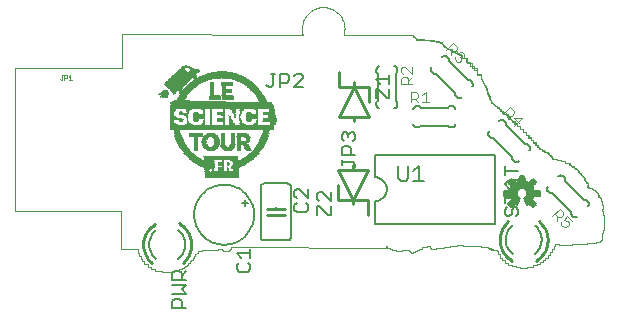
<source format=gto>
G75*
%MOIN*%
%OFA0B0*%
%FSLAX24Y24*%
%IPPOS*%
%LPD*%
%AMOC8*
5,1,8,0,0,1.08239X$1,22.5*
%
%ADD10C,0.0010*%
%ADD11C,0.0004*%
%ADD12R,0.0187X0.0012*%
%ADD13R,0.0462X0.0013*%
%ADD14R,0.1162X0.0012*%
%ADD15R,0.1162X0.0013*%
%ADD16R,0.1150X0.0013*%
%ADD17R,0.1150X0.0012*%
%ADD18R,0.0187X0.0013*%
%ADD19R,0.0925X0.0013*%
%ADD20R,0.0162X0.0012*%
%ADD21R,0.0075X0.0012*%
%ADD22R,0.0200X0.0012*%
%ADD23R,0.0100X0.0012*%
%ADD24R,0.0062X0.0012*%
%ADD25R,0.0175X0.0012*%
%ADD26R,0.0150X0.0012*%
%ADD27R,0.0087X0.0012*%
%ADD28R,0.0075X0.0012*%
%ADD29R,0.0162X0.0013*%
%ADD30R,0.0062X0.0013*%
%ADD31R,0.0200X0.0013*%
%ADD32R,0.0075X0.0013*%
%ADD33R,0.0200X0.0013*%
%ADD34R,0.0212X0.0012*%
%ADD35R,0.0175X0.0013*%
%ADD36R,0.0075X0.0013*%
%ADD37R,0.0212X0.0013*%
%ADD38R,0.0200X0.0012*%
%ADD39R,0.0100X0.0012*%
%ADD40R,0.0050X0.0012*%
%ADD41R,0.0225X0.0012*%
%ADD42R,0.0337X0.0013*%
%ADD43R,0.0050X0.0013*%
%ADD44R,0.0225X0.0013*%
%ADD45R,0.0337X0.0012*%
%ADD46R,0.0037X0.0012*%
%ADD47R,0.0237X0.0012*%
%ADD48R,0.0350X0.0013*%
%ADD49R,0.0025X0.0013*%
%ADD50R,0.0250X0.0013*%
%ADD51R,0.0387X0.0012*%
%ADD52R,0.0287X0.0012*%
%ADD53R,0.0412X0.0013*%
%ADD54R,0.0325X0.0013*%
%ADD55R,0.0437X0.0012*%
%ADD56R,0.0337X0.0012*%
%ADD57R,0.0462X0.0012*%
%ADD58R,0.0487X0.0013*%
%ADD59R,0.0512X0.0012*%
%ADD60R,0.0038X0.0012*%
%ADD61R,0.0375X0.0012*%
%ADD62R,0.0537X0.0013*%
%ADD63R,0.0087X0.0013*%
%ADD64R,0.0387X0.0013*%
%ADD65R,0.0562X0.0012*%
%ADD66R,0.0412X0.0012*%
%ADD67R,0.0587X0.0013*%
%ADD68R,0.0100X0.0013*%
%ADD69R,0.0425X0.0013*%
%ADD70R,0.0600X0.0012*%
%ADD71R,0.0450X0.0012*%
%ADD72R,0.0625X0.0013*%
%ADD73R,0.0475X0.0013*%
%ADD74R,0.0650X0.0012*%
%ADD75R,0.0487X0.0012*%
%ADD76R,0.0662X0.0013*%
%ADD77R,0.0512X0.0013*%
%ADD78R,0.0687X0.0012*%
%ADD79R,0.0537X0.0012*%
%ADD80R,0.0700X0.0013*%
%ADD81R,0.0562X0.0013*%
%ADD82R,0.0712X0.0012*%
%ADD83R,0.0587X0.0012*%
%ADD84R,0.0737X0.0013*%
%ADD85R,0.0600X0.0013*%
%ADD86R,0.0750X0.0012*%
%ADD87R,0.0762X0.0012*%
%ADD88R,0.0237X0.0012*%
%ADD89R,0.0412X0.0012*%
%ADD90R,0.0412X0.0013*%
%ADD91R,0.0362X0.0013*%
%ADD92R,0.0287X0.0013*%
%ADD93R,0.0400X0.0013*%
%ADD94R,0.0400X0.0012*%
%ADD95R,0.1137X0.0012*%
%ADD96R,0.0400X0.0012*%
%ADD97R,0.1137X0.0013*%
%ADD98R,0.0375X0.0013*%
%ADD99R,0.0362X0.0012*%
%ADD100R,0.0350X0.0013*%
%ADD101R,0.0350X0.0012*%
%ADD102R,0.1125X0.0012*%
%ADD103R,0.0337X0.0013*%
%ADD104R,0.0875X0.0013*%
%ADD105R,0.0325X0.0012*%
%ADD106R,0.0312X0.0013*%
%ADD107R,0.0312X0.0012*%
%ADD108R,0.0312X0.0012*%
%ADD109R,0.0300X0.0013*%
%ADD110R,0.0287X0.0012*%
%ADD111R,0.0287X0.0013*%
%ADD112R,0.0275X0.0012*%
%ADD113R,0.0137X0.0013*%
%ADD114R,0.0175X0.0013*%
%ADD115R,0.0250X0.0012*%
%ADD116R,0.0275X0.0013*%
%ADD117R,0.0362X0.0013*%
%ADD118R,0.0262X0.0012*%
%ADD119R,0.0175X0.0012*%
%ADD120R,0.0262X0.0012*%
%ADD121R,0.0275X0.0013*%
%ADD122R,0.0450X0.0013*%
%ADD123R,0.0425X0.0012*%
%ADD124R,0.0475X0.0012*%
%ADD125R,0.0500X0.0012*%
%ADD126R,0.0450X0.0012*%
%ADD127R,0.0250X0.0012*%
%ADD128R,0.0262X0.0013*%
%ADD129R,0.0187X0.0012*%
%ADD130R,0.0250X0.0013*%
%ADD131R,0.0187X0.0013*%
%ADD132R,0.0237X0.0013*%
%ADD133R,0.0237X0.0013*%
%ADD134R,0.0150X0.0012*%
%ADD135R,0.0225X0.0013*%
%ADD136R,0.0212X0.0012*%
%ADD137R,0.0437X0.0013*%
%ADD138R,0.0225X0.0012*%
%ADD139R,0.0387X0.0013*%
%ADD140R,0.0400X0.0013*%
%ADD141R,0.0437X0.0012*%
%ADD142R,0.3412X0.0013*%
%ADD143R,0.3437X0.0012*%
%ADD144R,0.3450X0.0012*%
%ADD145R,0.3450X0.0013*%
%ADD146R,0.3462X0.0012*%
%ADD147R,0.3462X0.0013*%
%ADD148R,0.3475X0.0012*%
%ADD149R,0.3475X0.0013*%
%ADD150R,0.0037X0.0013*%
%ADD151R,0.0275X0.0012*%
%ADD152R,0.0112X0.0012*%
%ADD153R,0.0137X0.0012*%
%ADD154R,0.0125X0.0012*%
%ADD155R,0.0125X0.0012*%
%ADD156R,0.0088X0.0012*%
%ADD157R,0.0150X0.0013*%
%ADD158R,0.0063X0.0013*%
%ADD159R,0.0125X0.0013*%
%ADD160R,0.0150X0.0013*%
%ADD161R,0.0038X0.0013*%
%ADD162R,0.0450X0.0013*%
%ADD163R,0.0025X0.0012*%
%ADD164R,0.0050X0.0012*%
%ADD165R,0.0112X0.0013*%
%ADD166R,0.0050X0.0013*%
%ADD167R,0.0012X0.0012*%
%ADD168R,0.0012X0.0013*%
%ADD169R,0.0013X0.0013*%
%ADD170R,0.0013X0.0012*%
%ADD171R,0.0063X0.0012*%
%ADD172R,0.0088X0.0013*%
%ADD173R,0.0425X0.0013*%
%ADD174R,0.0425X0.0012*%
%ADD175R,0.0113X0.0013*%
%ADD176R,0.0138X0.0012*%
%ADD177R,0.0138X0.0013*%
%ADD178R,0.0100X0.0013*%
%ADD179R,0.3437X0.0013*%
%ADD180R,0.3425X0.0012*%
%ADD181R,0.3412X0.0012*%
%ADD182R,0.3400X0.0013*%
%ADD183R,0.3400X0.0012*%
%ADD184R,0.3225X0.0013*%
%ADD185R,0.2425X0.0012*%
%ADD186R,0.1787X0.0013*%
%ADD187R,0.1150X0.0012*%
%ADD188R,0.0512X0.0013*%
%ADD189R,0.0362X0.0012*%
%ADD190R,0.0262X0.0013*%
%ADD191R,0.0325X0.0012*%
%ADD192R,0.0300X0.0012*%
%ADD193R,0.0300X0.0012*%
%ADD194R,0.0525X0.0013*%
%ADD195R,0.0550X0.0012*%
%ADD196R,0.0575X0.0012*%
%ADD197R,0.0612X0.0012*%
%ADD198R,0.0637X0.0013*%
%ADD199R,0.0662X0.0012*%
%ADD200R,0.0350X0.0012*%
%ADD201R,0.0750X0.0013*%
%ADD202R,0.0762X0.0013*%
%ADD203R,0.0762X0.0013*%
%ADD204R,0.0475X0.0013*%
%ADD205R,0.0500X0.0012*%
%ADD206R,0.0525X0.0013*%
%ADD207R,0.0737X0.0012*%
%ADD208R,0.0912X0.0013*%
%ADD209R,0.0787X0.0013*%
%ADD210R,0.1575X0.0012*%
%ADD211R,0.1537X0.0013*%
%ADD212R,0.0875X0.0012*%
%ADD213R,0.1500X0.0012*%
%ADD214R,0.0862X0.0012*%
%ADD215R,0.1450X0.0012*%
%ADD216R,0.0837X0.0012*%
%ADD217R,0.1400X0.0012*%
%ADD218R,0.0825X0.0012*%
%ADD219R,0.1337X0.0012*%
%ADD220R,0.0812X0.0013*%
%ADD221R,0.1275X0.0013*%
%ADD222R,0.0775X0.0012*%
%ADD223R,0.1225X0.0012*%
%ADD224R,0.1100X0.0012*%
%ADD225R,0.1025X0.0013*%
%ADD226R,0.0950X0.0012*%
%ADD227R,0.0850X0.0013*%
%ADD228R,0.0762X0.0012*%
%ADD229R,0.0650X0.0013*%
%ADD230R,0.0525X0.0012*%
%ADD231R,0.0312X0.0013*%
%ADD232R,0.0162X0.0012*%
%ADD233R,0.0113X0.0012*%
%ADD234C,0.0060*%
%ADD235C,0.0100*%
%ADD236C,0.0050*%
%ADD237C,0.0040*%
%ADD238C,0.0059*%
D10*
X005682Y009387D02*
X005682Y009460D01*
X005557Y009460D01*
X005557Y009555D01*
X005438Y009555D01*
X005438Y009675D01*
X005386Y009675D01*
X005386Y009746D01*
X005331Y009746D01*
X005331Y009835D01*
X005283Y009835D01*
X005283Y009927D01*
X005250Y009927D01*
X005250Y010007D01*
X005235Y010007D01*
X005235Y010055D01*
X005135Y010055D01*
X005135Y010061D01*
X004929Y010061D01*
X004929Y010074D01*
X004755Y010074D01*
X005682Y009387D02*
X005818Y009387D01*
X005818Y009333D01*
X005969Y009333D01*
X005969Y009320D01*
X006023Y009320D01*
X006023Y009312D01*
X006073Y009312D01*
X006073Y009309D01*
X006244Y009309D01*
X006244Y009310D01*
X006349Y009310D01*
X006349Y009313D01*
X006415Y009313D01*
X006415Y009320D02*
X006463Y009320D01*
X006463Y009335D01*
X006514Y009335D01*
X006514Y009363D02*
X006595Y009363D01*
X006595Y009396D01*
X006672Y009396D01*
X006672Y009417D01*
X006716Y009417D01*
X006716Y009440D01*
X006758Y009440D01*
X006758Y009471D01*
X006807Y009471D01*
X006807Y009514D01*
X006871Y009514D01*
X006871Y009550D01*
X006918Y009550D01*
X006918Y009598D01*
X006966Y009598D01*
X006966Y009653D01*
X007016Y009653D01*
X007016Y009715D01*
X007064Y009715D01*
X007064Y009780D01*
X007109Y009780D01*
X007109Y009846D01*
X007149Y009846D01*
X007149Y009909D01*
X007182Y009909D01*
X007207Y009931D01*
X007231Y009931D01*
X007231Y010005D01*
X007256Y010005D01*
X007256Y010011D01*
X007305Y010011D01*
X007305Y010014D01*
X007335Y010014D01*
X007335Y010017D01*
X007384Y010017D01*
X007384Y010021D01*
X007444Y010021D01*
X007444Y010023D01*
X007508Y010023D01*
X007508Y010027D01*
X007581Y010027D01*
X007581Y010031D01*
X007664Y010031D01*
X007664Y010037D01*
X007748Y010037D01*
X007748Y010043D01*
X007821Y010043D01*
X007821Y010049D01*
X007893Y010049D01*
X007893Y010053D01*
X007948Y010053D01*
X007948Y010055D01*
X007990Y010055D01*
X007990Y010056D01*
X008020Y010056D01*
X008020Y010054D01*
X008041Y010054D01*
X008041Y010051D01*
X008054Y010051D01*
X008054Y010045D01*
X008063Y010045D01*
X008063Y010038D01*
X008068Y010038D01*
X008068Y010023D01*
X008084Y010023D01*
X008084Y010011D01*
X008111Y010011D01*
X008111Y010003D01*
X008146Y010003D01*
X008146Y010001D01*
X008189Y010001D01*
X008189Y010003D01*
X008211Y010003D01*
X008211Y010007D01*
X008233Y010007D01*
X008233Y010017D01*
X008256Y010017D01*
X008256Y010031D01*
X008283Y010031D01*
X008283Y010049D01*
X008311Y010049D01*
X008311Y010066D01*
X008328Y010066D01*
X008328Y010088D01*
X008340Y010088D01*
X008353Y010123D01*
X008364Y010123D01*
X008377Y010124D01*
X013513Y010111D01*
X013488Y010154D01*
X013552Y010154D01*
X013552Y010099D01*
X013633Y010099D01*
X013633Y010063D01*
X013698Y010063D01*
X013698Y010040D01*
X013756Y010040D01*
X013756Y010026D01*
X013822Y010026D01*
X013822Y010018D01*
X013917Y010018D01*
X013917Y010016D01*
X014033Y010016D01*
X014033Y010020D01*
X014142Y010020D01*
X014142Y010031D01*
X014217Y010031D01*
X014217Y010036D01*
X014237Y010036D01*
X014237Y010035D01*
X014253Y010035D01*
X014253Y010024D01*
X014270Y010024D01*
X014270Y010000D01*
X014296Y010000D01*
X014296Y009965D01*
X014344Y009965D01*
X014344Y009949D01*
X014391Y009949D01*
X014391Y009953D01*
X014437Y009953D01*
X014437Y009975D01*
X014482Y009975D01*
X014482Y009991D01*
X014513Y009991D01*
X014513Y010008D01*
X014553Y010008D01*
X014553Y010030D01*
X014611Y010030D01*
X014611Y010054D01*
X014661Y010054D01*
X014661Y010079D01*
X014698Y010079D01*
X014698Y010103D01*
X014720Y010103D01*
X014720Y010123D01*
X014736Y010123D01*
X014736Y010136D01*
X014760Y010136D01*
X014760Y010143D01*
X014806Y010143D01*
X014806Y010149D01*
X014885Y010149D01*
X014885Y010154D01*
X014975Y010154D01*
X014975Y010131D01*
X014981Y010131D01*
X014981Y010107D01*
X014993Y010107D01*
X014993Y010083D01*
X015013Y010083D01*
X015013Y010071D01*
X015028Y010071D01*
X015028Y010063D01*
X015041Y010063D01*
X015041Y010061D01*
X015056Y010061D01*
X015056Y010063D01*
X015075Y010063D01*
X015075Y010067D01*
X015107Y010067D01*
X015107Y010075D01*
X015167Y010075D01*
X015167Y010087D01*
X015247Y010087D01*
X015247Y010100D01*
X015338Y010100D01*
X015338Y010114D01*
X015438Y010114D01*
X015438Y010129D01*
X015542Y010129D01*
X015542Y010142D01*
X015636Y010142D01*
X015636Y010152D01*
X015710Y010152D01*
X015710Y010160D01*
X015766Y010160D01*
X015766Y010169D01*
X015814Y010169D01*
X015814Y010176D01*
X015849Y010176D01*
X015849Y010182D01*
X015866Y010182D01*
X015866Y010187D01*
X015897Y010187D01*
X015897Y010188D01*
X015969Y010188D01*
X015969Y010186D01*
X016074Y010186D01*
X016074Y010182D01*
X016204Y010182D01*
X016204Y010176D01*
X016350Y010176D01*
X016350Y010167D01*
X016503Y010167D01*
X016503Y010156D01*
X016656Y010156D01*
X016656Y010144D01*
X016800Y010144D01*
X016800Y010139D01*
X016838Y010139D01*
X016838Y010134D01*
X016867Y010134D01*
X016867Y010128D01*
X016888Y010128D01*
X016888Y010119D01*
X016900Y010119D01*
X016900Y010112D01*
X016914Y010112D01*
X016914Y010105D01*
X016933Y010105D01*
X016933Y010100D01*
X016961Y010100D01*
X016961Y010097D01*
X017001Y010097D01*
X017001Y010093D01*
X017006Y010081D01*
X017006Y010075D01*
X017038Y010075D01*
X017038Y010066D01*
X017064Y010066D01*
X017064Y010051D01*
X016953Y010088D01*
X016953Y010063D01*
X016998Y010063D01*
X016998Y010048D01*
X017039Y010048D01*
X017039Y010040D01*
X017081Y010040D01*
X017081Y010038D01*
X017208Y010038D01*
X017208Y009988D01*
X017233Y009988D01*
X017233Y009887D01*
X017296Y009887D01*
X017296Y009784D01*
X017380Y009784D01*
X017380Y009690D01*
X017476Y009690D01*
X017476Y009615D01*
X017576Y009615D01*
X017576Y009549D01*
X017695Y009549D01*
X017695Y009499D01*
X017823Y009499D01*
X017823Y009464D01*
X017958Y009464D01*
X017958Y009446D01*
X018202Y009446D01*
X018202Y009459D01*
X018309Y009459D01*
X018309Y009484D01*
X018417Y009484D01*
X018417Y009520D01*
X018522Y009520D01*
X018522Y009567D01*
X018624Y009567D01*
X018624Y009624D01*
X018721Y009624D01*
X018721Y009690D01*
X018812Y009690D01*
X018812Y009765D01*
X018893Y009765D01*
X018893Y009861D01*
X018973Y009861D01*
X018973Y009972D01*
X019047Y009972D01*
X019047Y010084D01*
X019106Y010084D01*
X019106Y010184D01*
X019141Y010184D01*
X019141Y010231D01*
X019152Y010231D01*
X019152Y010235D01*
X019205Y010235D01*
X019205Y010237D01*
X019233Y010237D01*
X019233Y010235D01*
X019251Y010235D01*
X019251Y010231D01*
X019262Y010231D01*
X019262Y010222D01*
X019271Y010222D01*
X019271Y010209D01*
X019281Y010209D01*
X019281Y010201D01*
X019296Y010201D01*
X019296Y010196D01*
X019322Y010196D01*
X019322Y010194D01*
X019368Y010194D01*
X019368Y010197D01*
X019441Y010197D01*
X019441Y010203D01*
X019548Y010203D01*
X019548Y010214D01*
X019696Y010214D01*
X019696Y010229D01*
X019893Y010229D01*
X019893Y010242D01*
X020062Y010242D01*
X020062Y010251D01*
X020196Y010251D01*
X020196Y010260D01*
X020298Y010260D01*
X020298Y010267D01*
X020374Y010267D01*
X020374Y010273D01*
X020428Y010273D01*
X020428Y010278D01*
X020464Y010278D01*
X020464Y010284D01*
X020487Y010284D01*
X020487Y010290D01*
X020501Y010290D01*
X020501Y010303D01*
X020539Y010303D01*
X020539Y010308D01*
X020584Y010308D01*
X020584Y010309D01*
X020610Y010309D01*
X020610Y010313D01*
X020629Y010313D01*
X020629Y010323D01*
X020646Y010323D01*
X020646Y010340D01*
X020664Y010340D01*
X020664Y010361D01*
X020680Y010361D01*
X020680Y010378D01*
X020690Y010378D01*
X020690Y010401D01*
X020694Y010401D01*
X020694Y010436D01*
X020694Y010436D01*
X020694Y010491D01*
X020697Y010491D01*
X020697Y010543D01*
X020707Y010543D01*
X020707Y010587D01*
X020720Y010587D01*
X020720Y010616D01*
X020736Y010616D01*
X020736Y010649D01*
X020749Y010649D01*
X020749Y010713D01*
X020758Y010713D01*
X020758Y010799D01*
X020762Y010799D01*
X020762Y010899D01*
X020764Y010899D01*
X020764Y011003D01*
X020762Y011003D01*
X020762Y011103D01*
X020756Y011103D01*
X020756Y011189D01*
X020747Y011189D01*
X020747Y011254D01*
X020734Y011254D01*
X020734Y011330D01*
X020720Y011330D01*
X020720Y011403D01*
X020728Y011403D01*
X020728Y011475D01*
X020722Y011475D01*
X020722Y011533D01*
X020712Y011533D01*
X020712Y011597D01*
X020700Y011597D01*
X020700Y011660D01*
X020685Y011660D01*
X020685Y011715D01*
X020670Y011715D01*
X020670Y011758D01*
X020657Y011758D01*
X020657Y011782D01*
X020646Y011782D01*
X020646Y011798D01*
X020627Y011798D01*
X020627Y011804D01*
X020605Y011804D01*
X020605Y011805D01*
X020592Y011805D01*
X020592Y011810D01*
X020585Y011810D01*
X020585Y011820D01*
X020584Y011820D01*
X020584Y011839D01*
X020587Y011839D01*
X020587Y011860D01*
X020589Y011860D01*
X020589Y011879D01*
X020584Y011879D01*
X020584Y011903D01*
X020572Y011903D01*
X020572Y011940D01*
X020547Y011940D01*
X020547Y011964D01*
X020530Y011964D01*
X020530Y011982D01*
X020516Y011982D01*
X020516Y011998D01*
X020499Y011998D01*
X020499Y012011D01*
X020480Y012011D01*
X020480Y012024D01*
X020454Y012024D01*
X020454Y012040D01*
X020417Y012040D01*
X020417Y012060D01*
X020368Y012060D01*
X020368Y012085D01*
X020302Y012085D01*
X020302Y012102D01*
X020259Y012102D01*
X020259Y012115D01*
X020234Y012115D01*
X020234Y012127D01*
X020221Y012127D01*
X020221Y012142D01*
X020215Y012142D01*
X020215Y012164D01*
X020214Y012164D01*
X020214Y012179D01*
X020220Y012179D01*
X020220Y012195D01*
X020227Y012195D01*
X020227Y012220D01*
X020230Y012220D01*
X020230Y012235D01*
X020229Y012235D01*
X020229Y012248D01*
X020224Y012248D01*
X020224Y012258D01*
X020215Y012258D01*
X020215Y012267D01*
X020201Y012267D01*
X020201Y012281D01*
X020186Y012281D01*
X020186Y012305D01*
X020164Y012305D01*
X020164Y012338D01*
X020140Y012338D01*
X020140Y012374D01*
X020115Y012374D01*
X020115Y012413D01*
X020087Y012413D01*
X020087Y012456D01*
X020057Y012456D01*
X020057Y012496D01*
X020027Y012496D01*
X020027Y012529D01*
X020001Y012529D01*
X020001Y012557D01*
X019979Y012557D01*
X019979Y012582D01*
X019958Y012582D01*
X019958Y012602D01*
X019943Y012602D01*
X019943Y012614D01*
X019933Y012614D01*
X019933Y012629D01*
X019919Y012629D01*
X019919Y012655D01*
X019892Y012655D01*
X019892Y012689D01*
X019855Y012689D01*
X019855Y012727D01*
X019812Y012727D01*
X019812Y012775D01*
X019757Y012775D01*
X019757Y012812D01*
X019708Y012812D01*
X019708Y012840D01*
X019664Y012840D01*
X019664Y012866D01*
X019616Y012866D01*
X019616Y012931D01*
X019474Y012931D01*
X019474Y012989D01*
X019331Y012989D01*
X019331Y013032D01*
X019203Y013032D01*
X019203Y013055D01*
X019105Y013055D01*
X019105Y013059D01*
X019081Y013059D01*
X019081Y013066D01*
X019064Y013066D01*
X019064Y013080D01*
X019051Y013080D01*
X019051Y013103D01*
X019035Y013103D01*
X019035Y013119D01*
X019024Y013119D01*
X019024Y013135D01*
X019012Y013135D01*
X019012Y013148D01*
X019001Y013148D01*
X019001Y013155D01*
X018993Y013155D01*
X018993Y013165D01*
X018982Y013165D01*
X018982Y013183D01*
X018965Y013183D01*
X018965Y013206D01*
X018944Y013206D01*
X018944Y013233D01*
X018920Y013233D01*
X018920Y013255D01*
X018901Y013255D01*
X018901Y013271D01*
X018886Y013271D01*
X018886Y013283D01*
X018875Y013283D01*
X018875Y013291D01*
X018864Y013291D01*
X018864Y013297D01*
X018855Y013297D01*
X018855Y013299D01*
X018846Y013299D01*
X018846Y013301D01*
X018821Y013301D01*
X018821Y013305D01*
X018789Y013305D01*
X018789Y013316D01*
X018769Y013316D01*
X018769Y013332D01*
X018749Y013332D01*
X018749Y013348D01*
X018719Y013348D01*
X018719Y013366D01*
X018687Y013366D01*
X018687Y013385D01*
X018663Y013385D01*
X018663Y013403D01*
X018640Y013403D01*
X018640Y013418D01*
X018612Y013418D01*
X018612Y013435D01*
X018587Y013435D01*
X018587Y013473D01*
X018545Y013473D01*
X018545Y013531D01*
X018486Y013531D01*
X018486Y013611D01*
X018411Y013611D01*
X018411Y013686D01*
X018338Y013686D01*
X018338Y013775D01*
X018251Y013775D01*
X018251Y013872D01*
X018157Y013872D01*
X018157Y013972D01*
X018057Y013972D01*
X018057Y014070D01*
X017958Y014070D01*
X017958Y014164D01*
X017862Y014164D01*
X017862Y014246D01*
X017777Y014246D01*
X017777Y014314D01*
X017706Y014314D01*
X017706Y014354D01*
X017663Y014354D01*
X017663Y014400D01*
X017616Y014400D01*
X017616Y014443D01*
X017569Y014443D01*
X017569Y014481D01*
X017529Y014481D01*
X017529Y014521D01*
X017488Y014521D01*
X017488Y014567D01*
X017437Y014567D01*
X017437Y014618D01*
X017380Y014618D01*
X017380Y014673D01*
X017320Y014673D01*
X017320Y014728D01*
X017258Y014728D01*
X017258Y014780D01*
X017198Y014780D01*
X017198Y014828D01*
X017142Y014828D01*
X017142Y014869D01*
X017094Y014869D01*
X017094Y014896D01*
X017063Y014896D01*
X017063Y014921D01*
X017037Y014921D01*
X017037Y014940D01*
X017020Y014940D01*
X017020Y014951D01*
X017013Y014951D01*
X017013Y014966D01*
X017008Y014966D01*
X017008Y014996D01*
X016996Y014996D01*
X016996Y015036D01*
X016976Y015036D01*
X016976Y015083D01*
X016953Y015083D01*
X016953Y015165D01*
X016913Y015165D01*
X016913Y015230D01*
X016885Y015230D01*
X016885Y015281D01*
X016869Y015281D01*
X016869Y015321D01*
X016865Y015321D01*
X016865Y015342D01*
X016860Y015342D01*
X016860Y015377D01*
X016846Y015377D01*
X016846Y015424D01*
X016825Y015424D01*
X016825Y015479D01*
X016797Y015479D01*
X016797Y015538D01*
X016766Y015538D01*
X016766Y015600D01*
X016731Y015600D01*
X016731Y015661D01*
X016695Y015661D01*
X016695Y015719D01*
X016660Y015719D01*
X016660Y015878D01*
X016549Y015878D01*
X016549Y016033D01*
X016427Y016033D01*
X016427Y016180D01*
X016294Y016180D01*
X016294Y016318D01*
X016155Y016318D01*
X016155Y016444D01*
X016010Y016444D01*
X016010Y016557D01*
X015862Y016557D01*
X015862Y016655D01*
X015714Y016655D01*
X015714Y016736D01*
X015566Y016736D01*
X015566Y016773D01*
X015490Y016773D01*
X015490Y016801D01*
X015446Y016801D01*
X015446Y016827D01*
X015420Y016827D01*
X015420Y016864D01*
X015399Y016864D01*
X015399Y016883D01*
X015388Y016883D01*
X015388Y016900D01*
X015375Y016900D01*
X015375Y016916D01*
X015361Y016916D01*
X015361Y016926D01*
X015347Y016926D01*
X015347Y016946D01*
X015306Y016946D01*
X015306Y016964D01*
X015246Y016964D01*
X015246Y016982D01*
X015170Y016982D01*
X015170Y016998D01*
X015080Y016998D01*
X015080Y017012D01*
X014979Y017012D01*
X014979Y017025D01*
X014868Y017025D01*
X014868Y017036D01*
X014750Y017036D01*
X014750Y017044D01*
X014627Y017044D01*
X014627Y017050D01*
X014493Y017050D01*
X014493Y017088D01*
X014475Y017088D01*
X014475Y017120D01*
X014458Y017120D01*
X014458Y017142D01*
X014441Y017142D01*
X014441Y017143D01*
X014438Y017143D01*
X014438Y017144D01*
X014431Y017144D01*
X014431Y017145D01*
X014420Y017145D01*
X014420Y017146D01*
X014403Y017146D01*
X014412Y017156D02*
X014429Y017156D01*
X014429Y017155D01*
X014440Y017155D01*
X014440Y017154D01*
X014448Y017154D01*
X014448Y017153D01*
X014451Y017153D01*
X014451Y017151D01*
X014467Y017151D01*
X014467Y017129D01*
X014484Y017129D01*
X014484Y017098D01*
X014501Y017098D01*
X014501Y017059D01*
X014635Y017059D01*
X014635Y017053D01*
X014759Y017053D01*
X014759Y017045D01*
X014877Y017045D01*
X014877Y017035D01*
X014988Y017035D01*
X014988Y017022D01*
X015090Y017022D01*
X015090Y017007D01*
X015179Y017007D01*
X015179Y016991D01*
X015255Y016991D01*
X015255Y016973D01*
X015315Y016973D01*
X015315Y016954D01*
X015357Y016954D01*
X015357Y016935D01*
X015370Y016935D01*
X015370Y016925D01*
X015384Y016925D01*
X015384Y016910D01*
X015397Y016910D01*
X015397Y016892D01*
X015408Y016892D01*
X015408Y016874D01*
X015430Y016874D01*
X015430Y016837D01*
X015456Y016837D01*
X015456Y016810D01*
X015500Y016810D01*
X015500Y016783D01*
X015575Y016783D01*
X015575Y016745D01*
X015687Y016745D01*
X015687Y016684D01*
X015812Y016684D01*
X015812Y016606D01*
X015936Y016606D01*
X015936Y016519D01*
X016049Y016519D01*
X016049Y016430D01*
X016220Y016430D01*
X016220Y016274D01*
X016384Y016274D01*
X016384Y016100D01*
X016536Y016100D01*
X016536Y015916D01*
X016668Y015916D01*
X016668Y015728D01*
X016705Y015728D01*
X016705Y015671D01*
X016740Y015671D01*
X016740Y015609D01*
X016775Y015609D01*
X016775Y015548D01*
X016807Y015548D01*
X016807Y015488D01*
X016834Y015488D01*
X016834Y015433D01*
X016855Y015433D01*
X016855Y015387D01*
X016869Y015387D01*
X016869Y015351D01*
X016874Y015351D01*
X016874Y015330D01*
X016879Y015330D01*
X016879Y015290D01*
X016895Y015290D01*
X016895Y015239D01*
X016922Y015239D01*
X016922Y015174D01*
X016962Y015174D01*
X016962Y015092D01*
X016986Y015092D01*
X016986Y015046D01*
X017005Y015046D01*
X017005Y015005D01*
X017018Y015005D01*
X017018Y014975D01*
X017023Y014975D01*
X017023Y014961D01*
X017029Y014961D01*
X017029Y014950D01*
X017047Y014950D01*
X017047Y014931D01*
X017072Y014931D01*
X017072Y014906D01*
X017103Y014906D01*
X017103Y014878D01*
X017152Y014878D01*
X017152Y014837D01*
X017207Y014837D01*
X017207Y014789D01*
X017268Y014789D01*
X017268Y014737D01*
X017329Y014737D01*
X017329Y014682D01*
X017389Y014682D01*
X017389Y014628D01*
X017446Y014628D01*
X017446Y014576D01*
X017497Y014576D01*
X017497Y014529D01*
X017538Y014529D01*
X017538Y014491D01*
X017578Y014491D01*
X017578Y014453D01*
X017625Y014453D01*
X017625Y014409D01*
X017672Y014409D01*
X017672Y014364D01*
X017715Y014364D01*
X017715Y014324D01*
X017787Y014324D01*
X017787Y014256D01*
X017872Y014256D01*
X017872Y014173D01*
X017967Y014173D01*
X017967Y014080D01*
X018066Y014080D01*
X018066Y013981D01*
X018166Y013981D01*
X018166Y013881D01*
X018261Y013881D01*
X018261Y013785D01*
X018347Y013785D01*
X018347Y013696D01*
X018420Y013696D01*
X018420Y013620D01*
X018496Y013620D01*
X018496Y013540D01*
X018555Y013540D01*
X018555Y013482D01*
X018596Y013482D01*
X018596Y013445D01*
X018621Y013445D01*
X018621Y013428D01*
X018649Y013428D01*
X018649Y013412D01*
X018672Y013412D01*
X018672Y013394D01*
X018696Y013394D01*
X018696Y013375D01*
X018728Y013375D01*
X018728Y013358D01*
X018758Y013358D01*
X018758Y013342D01*
X018778Y013342D01*
X018778Y013325D01*
X018798Y013325D01*
X018798Y013314D01*
X018831Y013314D01*
X018831Y013310D01*
X018855Y013310D01*
X018855Y013309D01*
X018864Y013309D01*
X018864Y013305D01*
X018874Y013305D01*
X018874Y013301D01*
X018884Y013301D01*
X018884Y013292D01*
X018896Y013292D01*
X018896Y013281D01*
X018910Y013281D01*
X018910Y013264D01*
X018929Y013264D01*
X018929Y013242D01*
X018953Y013242D01*
X018953Y013216D01*
X018974Y013216D01*
X018974Y013192D01*
X018992Y013192D01*
X018992Y013174D01*
X019002Y013174D01*
X019002Y013165D01*
X019010Y013165D01*
X019010Y013157D01*
X019021Y013157D01*
X019021Y013145D01*
X019033Y013145D01*
X019033Y013129D01*
X019044Y013129D01*
X019044Y013111D01*
X019060Y013111D01*
X019060Y013089D01*
X019074Y013089D01*
X019074Y013075D01*
X019091Y013075D01*
X019091Y013068D01*
X019114Y013068D01*
X019114Y013063D01*
X019212Y013063D01*
X019212Y013041D01*
X019340Y013041D01*
X019340Y012998D01*
X019484Y012998D01*
X019484Y012941D01*
X019625Y012941D01*
X019625Y012875D01*
X019673Y012875D01*
X019673Y012849D01*
X019718Y012849D01*
X019718Y012820D01*
X019766Y012820D01*
X019766Y012784D01*
X019821Y012784D01*
X019821Y012737D01*
X019864Y012737D01*
X019864Y012698D01*
X019902Y012698D01*
X019902Y012664D01*
X019929Y012664D01*
X019929Y012638D01*
X019943Y012638D01*
X019943Y012624D01*
X019952Y012624D01*
X019952Y012611D01*
X019968Y012611D01*
X019968Y012591D01*
X019988Y012591D01*
X019988Y012566D01*
X020010Y012566D01*
X020010Y012538D01*
X020036Y012538D01*
X020036Y012506D01*
X020066Y012506D01*
X020066Y012466D01*
X020097Y012466D01*
X020097Y012423D01*
X020123Y012423D01*
X020123Y012383D01*
X020149Y012383D01*
X020149Y012347D01*
X020173Y012347D01*
X020173Y012315D01*
X020195Y012315D01*
X020195Y012291D01*
X020210Y012291D01*
X020210Y012277D01*
X020225Y012277D01*
X020225Y012267D01*
X020234Y012267D01*
X020234Y012256D01*
X020238Y012256D01*
X020238Y012241D01*
X020239Y012241D01*
X020239Y012220D01*
X020236Y012220D01*
X020236Y012188D01*
X020230Y012188D01*
X020230Y012170D01*
X020222Y012170D01*
X020222Y012153D01*
X020232Y012153D01*
X020232Y012136D01*
X020262Y012136D01*
X020262Y012116D01*
X020311Y012116D01*
X020311Y012094D01*
X014412Y017157D02*
X014412Y017156D01*
X003033Y015718D02*
X002933Y015718D01*
X002983Y015718D02*
X002983Y015868D01*
X002933Y015818D01*
X002886Y015843D02*
X002886Y015793D01*
X002861Y015768D01*
X002786Y015768D01*
X002786Y015718D02*
X002786Y015868D01*
X002861Y015868D01*
X002886Y015843D01*
X002738Y015868D02*
X002688Y015868D01*
X002713Y015868D02*
X002713Y015743D01*
X002688Y015718D01*
X002663Y015718D01*
X002638Y015743D01*
D11*
X003273Y016100D02*
X001139Y016109D01*
X001130Y011342D01*
X004657Y011332D01*
X004657Y010265D01*
X004657Y010073D01*
X004754Y010073D01*
X004715Y016090D02*
X003273Y016100D01*
X004715Y016090D02*
X004715Y017224D01*
X010733Y017214D01*
X010733Y017213D02*
X010720Y017264D01*
X010710Y017316D01*
X010705Y017369D01*
X010703Y017422D01*
X010705Y017474D01*
X010711Y017527D01*
X010721Y017579D01*
X010735Y017629D01*
X010753Y017679D01*
X010774Y017728D01*
X010799Y017774D01*
X010827Y017819D01*
X010859Y017861D01*
X010893Y017901D01*
X010930Y017938D01*
X010970Y017973D01*
X011013Y018004D01*
X011058Y018032D01*
X011104Y018057D01*
X011153Y018078D01*
X011202Y018095D01*
X011253Y018109D01*
X011305Y018119D01*
X011358Y018125D01*
X011410Y018127D01*
X011463Y018125D01*
X011516Y018119D01*
X011568Y018110D01*
X011619Y018096D01*
X011669Y018079D01*
X011717Y018058D01*
X011764Y018034D01*
X011809Y018006D01*
X011851Y017975D01*
X011891Y017940D01*
X011929Y017903D01*
X011964Y017863D01*
X011995Y017821D01*
X012024Y017777D01*
X012049Y017730D01*
X012070Y017682D01*
X012088Y017632D01*
X012102Y017581D01*
X012112Y017530D01*
X012119Y017477D01*
X012121Y017425D01*
X012119Y017372D01*
X012114Y017319D01*
X012105Y017267D01*
X012092Y017216D01*
X012091Y017216D02*
X014391Y017216D01*
X014404Y017147D01*
D12*
X009714Y014673D03*
X009714Y014648D03*
X009714Y014623D03*
X009727Y014248D03*
X009727Y014235D03*
X008952Y014348D03*
X008940Y014560D03*
X008727Y014185D03*
X008365Y014210D03*
X008402Y014735D03*
X007665Y013898D03*
X007840Y013748D03*
X007852Y013723D03*
X007840Y013485D03*
X008090Y013460D03*
X008365Y013460D03*
X008877Y013648D03*
X008877Y013773D03*
X008502Y012673D03*
X008502Y012660D03*
X008515Y012635D03*
X007565Y012423D03*
X006402Y014210D03*
X006402Y014685D03*
X006452Y015298D03*
X006140Y015298D03*
D13*
X006465Y015423D03*
X007165Y013873D03*
X007165Y013848D03*
X007165Y013823D03*
X007165Y013798D03*
X007690Y012435D03*
D14*
X008040Y012448D03*
X008040Y012473D03*
X008040Y012485D03*
D15*
X008040Y012460D03*
X008027Y015860D03*
D16*
X008033Y012598D03*
X008033Y012573D03*
X008033Y012548D03*
X008033Y012510D03*
X008033Y012498D03*
D17*
X008033Y012523D03*
X008033Y012535D03*
X008033Y012560D03*
X008033Y012585D03*
X008033Y012610D03*
D18*
X007552Y012623D03*
X008377Y013473D03*
X007827Y013760D03*
X007490Y013760D03*
X008365Y014198D03*
X008940Y014548D03*
X009714Y014635D03*
X009714Y014660D03*
X009727Y014260D03*
X006702Y016023D03*
X006402Y014448D03*
D19*
X008146Y012623D03*
D20*
X007540Y012635D03*
X007540Y012648D03*
X007527Y012673D03*
X007165Y013348D03*
X007165Y013373D03*
X007165Y013398D03*
X007165Y013423D03*
X007165Y013435D03*
X007165Y013448D03*
X007165Y013460D03*
X007165Y013485D03*
X007165Y013510D03*
X007165Y013535D03*
X007165Y013560D03*
X007165Y013585D03*
X007165Y013598D03*
X007165Y013623D03*
X007165Y013648D03*
X007165Y013673D03*
X007165Y013698D03*
X007165Y013723D03*
X007165Y013748D03*
X007165Y013773D03*
X007452Y013673D03*
X007452Y013560D03*
X007865Y013560D03*
X007865Y013673D03*
X008065Y013673D03*
X008065Y013698D03*
X008065Y013723D03*
X008065Y013748D03*
X008065Y013773D03*
X008065Y013785D03*
X008065Y013810D03*
X008065Y013835D03*
X008065Y013860D03*
X008065Y013885D03*
X008065Y013898D03*
X008065Y013648D03*
X008065Y013623D03*
X008065Y013598D03*
X008065Y013585D03*
X008065Y013560D03*
X008065Y013535D03*
X008065Y013510D03*
X008077Y013485D03*
X008390Y013510D03*
X008402Y013560D03*
X008402Y013585D03*
X008402Y013598D03*
X008402Y013623D03*
X008402Y013648D03*
X008402Y013673D03*
X008402Y013698D03*
X008402Y013723D03*
X008402Y013748D03*
X008402Y013773D03*
X008402Y013785D03*
X008402Y013810D03*
X008402Y013835D03*
X008402Y013860D03*
X008402Y013885D03*
X008402Y013898D03*
X008615Y013773D03*
X008615Y013748D03*
X008615Y013723D03*
X008615Y013698D03*
X008615Y013673D03*
X008615Y013648D03*
X008615Y013535D03*
X008615Y013510D03*
X008615Y013485D03*
X008615Y013460D03*
X008615Y013448D03*
X008615Y013435D03*
X008615Y013423D03*
X008615Y013398D03*
X008615Y013373D03*
X008615Y013348D03*
X008827Y013510D03*
X008815Y013535D03*
X008865Y013448D03*
X008877Y013423D03*
X008902Y013698D03*
X008902Y013723D03*
X008902Y013748D03*
X009152Y014185D03*
X008952Y014323D03*
X009152Y014723D03*
X009702Y014723D03*
X009702Y014735D03*
X009714Y014185D03*
X008415Y014698D03*
X008352Y014248D03*
X008102Y015173D03*
X008102Y015198D03*
X008102Y015223D03*
X008102Y015248D03*
X008102Y015385D03*
X008102Y015410D03*
X008102Y015435D03*
X008102Y015460D03*
X008102Y015473D03*
X007702Y015473D03*
X007702Y015485D03*
X007702Y015460D03*
X007702Y015435D03*
X007702Y015410D03*
X007702Y015385D03*
X007702Y015360D03*
X007702Y015348D03*
X007702Y015323D03*
X007702Y015298D03*
X007702Y015273D03*
X007702Y015248D03*
X007702Y015223D03*
X007702Y015198D03*
X007702Y015173D03*
X007702Y015510D03*
X007702Y015523D03*
X007702Y015548D03*
X007702Y015573D03*
X007702Y015598D03*
X007390Y014723D03*
X007190Y014323D03*
X007390Y014185D03*
X006915Y014685D03*
X006665Y014348D03*
X006390Y014248D03*
X006390Y014235D03*
X006390Y014648D03*
D21*
X006909Y014623D03*
X008671Y014623D03*
X008671Y014273D03*
X007746Y012635D03*
D22*
X007996Y012635D03*
X007996Y012648D03*
X007996Y012660D03*
X007996Y012673D03*
X007996Y012698D03*
X007996Y012723D03*
X007996Y012748D03*
X007996Y012860D03*
X007996Y012885D03*
X007996Y012910D03*
X008371Y014185D03*
X008946Y014535D03*
X009733Y014273D03*
D23*
X009183Y014223D03*
X009183Y014685D03*
X008446Y014598D03*
X008321Y014348D03*
X007421Y014223D03*
X007421Y014685D03*
X006909Y014648D03*
X008258Y012885D03*
X008258Y012648D03*
X008258Y012635D03*
D24*
X008240Y012698D03*
X007752Y012698D03*
X007752Y012673D03*
X007752Y012660D03*
X007752Y012648D03*
X007665Y014185D03*
X007665Y014210D03*
X007665Y014223D03*
X007665Y014235D03*
X007665Y014248D03*
X007665Y014273D03*
X007665Y014298D03*
X007665Y014323D03*
X007665Y014348D03*
X007665Y014373D03*
X007665Y014385D03*
X007665Y014410D03*
X007665Y014435D03*
X007665Y014460D03*
X007665Y014485D03*
X007665Y014510D03*
X007665Y014535D03*
X007665Y014560D03*
X007665Y014573D03*
X007665Y014598D03*
X007665Y014623D03*
X007665Y014648D03*
X007665Y014673D03*
X007665Y014685D03*
X007665Y014698D03*
X007665Y014723D03*
X007440Y014648D03*
X006915Y014273D03*
X008665Y014298D03*
X008665Y014598D03*
D25*
X008946Y014573D03*
X009708Y014685D03*
X009708Y014698D03*
X008858Y013460D03*
X008908Y013373D03*
X008921Y013348D03*
X008396Y013535D03*
X007858Y013535D03*
X007858Y013698D03*
X007471Y013723D03*
X007446Y013648D03*
X007446Y013623D03*
X007446Y013598D03*
X007446Y013585D03*
X007471Y013510D03*
X007533Y012698D03*
X008508Y012648D03*
X007183Y014573D03*
X006396Y014673D03*
X006396Y014460D03*
X006396Y014223D03*
D26*
X006384Y014485D03*
X006384Y014510D03*
X006384Y014623D03*
X007071Y016035D03*
X006846Y016148D03*
X008421Y014685D03*
X008421Y014673D03*
X008346Y014273D03*
X007533Y012660D03*
D27*
X008252Y012660D03*
X008252Y012860D03*
X008252Y012910D03*
X008315Y014373D03*
X008315Y014385D03*
X008090Y014410D03*
X008090Y014435D03*
X008090Y014460D03*
X008090Y014485D03*
X008677Y014648D03*
X008952Y014298D03*
X007427Y014235D03*
X007190Y014298D03*
X007427Y014673D03*
X006665Y014623D03*
X006452Y015248D03*
D28*
X006059Y015173D03*
X007433Y014248D03*
X007671Y014735D03*
X008308Y014410D03*
X008458Y014535D03*
X009196Y014248D03*
X008058Y012835D03*
X008058Y012810D03*
X008058Y012798D03*
X008058Y012773D03*
X008246Y012673D03*
D29*
X007527Y012685D03*
X007165Y013360D03*
X007165Y013385D03*
X007165Y013410D03*
X007165Y013473D03*
X007165Y013498D03*
X007165Y013523D03*
X007165Y013548D03*
X007165Y013573D03*
X007165Y013610D03*
X007165Y013635D03*
X007165Y013660D03*
X007165Y013685D03*
X007165Y013710D03*
X007165Y013735D03*
X007165Y013760D03*
X007452Y013685D03*
X007452Y013660D03*
X007452Y013573D03*
X007865Y013548D03*
X007865Y013685D03*
X008065Y013685D03*
X008065Y013660D03*
X008065Y013635D03*
X008065Y013610D03*
X008065Y013573D03*
X008065Y013548D03*
X008065Y013523D03*
X008065Y013710D03*
X008065Y013735D03*
X008065Y013760D03*
X008065Y013798D03*
X008065Y013823D03*
X008065Y013848D03*
X008065Y013873D03*
X008402Y013873D03*
X008402Y013848D03*
X008402Y013823D03*
X008402Y013798D03*
X008402Y013760D03*
X008402Y013735D03*
X008402Y013710D03*
X008402Y013685D03*
X008402Y013660D03*
X008402Y013635D03*
X008402Y013610D03*
X008402Y013573D03*
X008390Y013523D03*
X008390Y013498D03*
X008615Y013498D03*
X008615Y013523D03*
X008615Y013473D03*
X008615Y013410D03*
X008615Y013385D03*
X008615Y013360D03*
X008852Y013473D03*
X008840Y013498D03*
X008902Y013385D03*
X008915Y013360D03*
X008927Y013335D03*
X008890Y013660D03*
X008902Y013685D03*
X008902Y013710D03*
X008902Y013735D03*
X008615Y013735D03*
X008615Y013710D03*
X008615Y013685D03*
X008615Y013660D03*
X008615Y013760D03*
X008715Y014198D03*
X008715Y014710D03*
X008102Y015185D03*
X008102Y015210D03*
X008102Y015235D03*
X008102Y015260D03*
X008102Y015398D03*
X008102Y015423D03*
X008102Y015448D03*
X007702Y015448D03*
X007702Y015423D03*
X007702Y015398D03*
X007702Y015373D03*
X007702Y015335D03*
X007702Y015310D03*
X007702Y015285D03*
X007702Y015260D03*
X007702Y015235D03*
X007702Y015210D03*
X007702Y015185D03*
X007702Y015498D03*
X007702Y015535D03*
X007702Y015560D03*
X007702Y015585D03*
X006452Y015285D03*
X006390Y014660D03*
X006390Y014473D03*
X006665Y014335D03*
X009714Y014198D03*
X009714Y014173D03*
D30*
X008665Y014310D03*
X008665Y014610D03*
X007665Y014610D03*
X007665Y014585D03*
X007665Y014548D03*
X007665Y014523D03*
X007665Y014498D03*
X007665Y014473D03*
X007665Y014448D03*
X007665Y014423D03*
X007665Y014398D03*
X007665Y014360D03*
X007665Y014335D03*
X007665Y014310D03*
X007665Y014285D03*
X007665Y014260D03*
X007665Y014198D03*
X007440Y014260D03*
X007440Y014635D03*
X007665Y014635D03*
X007665Y014660D03*
X007665Y014710D03*
X006902Y014610D03*
X006915Y014285D03*
X006040Y015148D03*
X006465Y015235D03*
X008077Y013010D03*
X008240Y012710D03*
X007752Y012685D03*
D31*
X007996Y012685D03*
X007996Y012710D03*
X007996Y012735D03*
X007996Y012760D03*
X007996Y012848D03*
X007996Y012873D03*
X007996Y012898D03*
X007996Y012923D03*
X008946Y014360D03*
X009733Y014285D03*
D32*
X009196Y014660D03*
X008458Y014548D03*
X008308Y014398D03*
X007671Y014173D03*
X007433Y014660D03*
X008246Y012923D03*
X008058Y012823D03*
X008058Y012785D03*
X008246Y012685D03*
D33*
X008496Y012685D03*
X007821Y013473D03*
X007496Y013473D03*
X007183Y014360D03*
X006809Y014523D03*
D34*
X007177Y014535D03*
X007377Y014735D03*
X006527Y013998D03*
X007502Y013773D03*
X008490Y012698D03*
X009502Y013935D03*
X008952Y014373D03*
D35*
X008946Y014335D03*
X009708Y014710D03*
X008883Y013410D03*
X008396Y013548D03*
X008233Y013335D03*
X008071Y013498D03*
X007858Y013523D03*
X007858Y013710D03*
X007471Y013735D03*
X007446Y013635D03*
X007446Y013610D03*
X007183Y014335D03*
X006146Y015310D03*
X007533Y012710D03*
D36*
X007746Y012710D03*
X008671Y014285D03*
D37*
X008377Y014173D03*
X009139Y014173D03*
X009514Y013985D03*
X008490Y012710D03*
X007377Y014173D03*
X006415Y014198D03*
X006415Y014710D03*
X006140Y015285D03*
D38*
X006409Y014698D03*
X006409Y014435D03*
X006921Y014698D03*
X007183Y014373D03*
X007183Y014348D03*
X008733Y014723D03*
X009146Y014735D03*
X007546Y012723D03*
X006846Y016135D03*
D39*
X008083Y014510D03*
X008683Y014248D03*
X006921Y014248D03*
X007733Y012723D03*
D40*
X008071Y012935D03*
X008071Y012960D03*
X008071Y012985D03*
X008071Y012998D03*
X008233Y012723D03*
X007446Y014273D03*
X007446Y014623D03*
X006909Y014598D03*
X006034Y015135D03*
X008108Y014735D03*
X008108Y014723D03*
X008108Y014698D03*
X008108Y014685D03*
X008108Y014673D03*
X008108Y014648D03*
X008108Y014623D03*
X008296Y014435D03*
X009208Y014273D03*
X009208Y014623D03*
D41*
X009521Y014023D03*
X009521Y013998D03*
X009508Y013973D03*
X009508Y013948D03*
X009483Y013860D03*
X009458Y013785D03*
X009433Y013723D03*
X008483Y012723D03*
X007808Y013460D03*
X007508Y013460D03*
X006584Y013785D03*
X006571Y013835D03*
X006559Y013860D03*
X006559Y013885D03*
X006546Y013898D03*
X006546Y013910D03*
X006546Y013935D03*
X006534Y013948D03*
X006534Y013973D03*
X006521Y014023D03*
X006146Y015198D03*
X006709Y016010D03*
D42*
X008190Y015373D03*
X008190Y015335D03*
X008190Y015310D03*
X008190Y015285D03*
X008990Y015498D03*
X009002Y013135D03*
X007615Y012735D03*
D43*
X008071Y012948D03*
X008071Y012973D03*
X008233Y012735D03*
X007446Y014285D03*
X007446Y014610D03*
X006871Y014473D03*
X006109Y015123D03*
X008108Y014710D03*
X008108Y014660D03*
X008108Y014635D03*
X008296Y014448D03*
X008471Y014498D03*
X009208Y014610D03*
X009208Y014285D03*
D44*
X009521Y014010D03*
X009508Y013960D03*
X009483Y013873D03*
X009458Y013798D03*
X008483Y012735D03*
X006584Y013798D03*
X006571Y013823D03*
X006559Y013873D03*
X006546Y013923D03*
X006534Y013960D03*
X006534Y013985D03*
X006521Y014010D03*
X006421Y014423D03*
X006146Y015185D03*
X006446Y015310D03*
D45*
X006115Y015223D03*
X007040Y015485D03*
X008190Y015360D03*
X008190Y015348D03*
X008190Y015323D03*
X008190Y015298D03*
X008190Y015273D03*
X009002Y015485D03*
X008702Y013885D03*
X008990Y013123D03*
X008977Y013110D03*
X007615Y012748D03*
X007065Y013110D03*
D46*
X008115Y014185D03*
X008115Y014210D03*
X008115Y014223D03*
X008115Y014235D03*
X008115Y014248D03*
X008115Y014273D03*
X008652Y014348D03*
X008652Y014373D03*
X008652Y014385D03*
X008652Y014410D03*
X008652Y014510D03*
X008652Y014535D03*
X006915Y014298D03*
X006190Y015110D03*
X005940Y015198D03*
X006465Y015223D03*
X008227Y012748D03*
D47*
X008477Y012748D03*
X009389Y013623D03*
X009414Y013673D03*
X009427Y013698D03*
X009439Y013748D03*
X009452Y013773D03*
X009464Y013810D03*
X009489Y013885D03*
X008740Y014735D03*
X009389Y014998D03*
X009414Y014948D03*
X006652Y013623D03*
X006640Y013648D03*
X006627Y013673D03*
X006615Y013698D03*
X006615Y013723D03*
X006602Y013748D03*
X006590Y013773D03*
X006427Y014185D03*
X006427Y014723D03*
X006127Y015273D03*
D48*
X006784Y015260D03*
X007121Y015973D03*
X006921Y014173D03*
X007608Y012760D03*
X008571Y012823D03*
X008946Y013085D03*
D49*
X008221Y012760D03*
X007458Y014335D03*
X007458Y014360D03*
X007458Y014548D03*
X006884Y014448D03*
X006909Y014335D03*
X006909Y014310D03*
X006184Y015098D03*
X006084Y015098D03*
X005996Y015098D03*
X008283Y014498D03*
X008483Y014448D03*
X008646Y014448D03*
X008646Y014473D03*
X008646Y014423D03*
X009221Y014360D03*
X009221Y014335D03*
X009221Y014548D03*
D50*
X009321Y015123D03*
X009321Y013498D03*
X008483Y012760D03*
D51*
X008890Y013048D03*
X008227Y013398D03*
X008727Y013860D03*
X008215Y015160D03*
X008215Y015485D03*
X008215Y015510D03*
X008215Y015523D03*
X008215Y015548D03*
X008215Y015573D03*
X008215Y015598D03*
X008890Y015573D03*
X007152Y015573D03*
X007590Y012773D03*
D52*
X006890Y013273D03*
X008490Y012773D03*
X009140Y013260D03*
X009152Y013273D03*
X008677Y013898D03*
X006702Y015985D03*
X006127Y015248D03*
D53*
X006802Y015310D03*
X007215Y015610D03*
X008827Y015610D03*
X009602Y014610D03*
X008740Y013610D03*
X008227Y013410D03*
X007577Y012785D03*
D54*
X008508Y012785D03*
X009046Y013173D03*
X009046Y015448D03*
X007133Y015998D03*
X006996Y015448D03*
D55*
X006490Y015385D03*
X006465Y015410D03*
X008790Y015635D03*
X009614Y014298D03*
X008752Y013785D03*
X008227Y013435D03*
X007640Y013148D03*
X007565Y012798D03*
D56*
X008227Y013373D03*
X008552Y012810D03*
X008527Y012798D03*
X007027Y015473D03*
X006702Y015960D03*
D57*
X007302Y015660D03*
X008740Y015660D03*
X007665Y013810D03*
X007652Y013423D03*
X007165Y013785D03*
X007165Y013810D03*
X007165Y013835D03*
X007165Y013860D03*
X007165Y013885D03*
X007552Y012810D03*
D58*
X007540Y012823D03*
X007665Y013798D03*
D59*
X007527Y012835D03*
D60*
X008240Y012835D03*
X007452Y014298D03*
X007452Y014323D03*
X007452Y014560D03*
X007452Y014573D03*
X007452Y014598D03*
X006902Y014573D03*
X006877Y014460D03*
X006090Y015110D03*
X008290Y014460D03*
X008477Y014485D03*
X009214Y014560D03*
X009214Y014573D03*
X009214Y014598D03*
X009214Y014323D03*
X009214Y014298D03*
D61*
X008721Y013585D03*
X008583Y012835D03*
X007146Y013048D03*
X006496Y014385D03*
X007808Y015060D03*
X007808Y015085D03*
X007808Y015110D03*
X007808Y015135D03*
X006709Y015948D03*
D62*
X007515Y012848D03*
D63*
X008252Y012848D03*
X008252Y012898D03*
X008677Y014260D03*
X008677Y014635D03*
X008090Y014498D03*
X008090Y014473D03*
X008090Y014448D03*
X008090Y014423D03*
X006915Y014260D03*
X006677Y014285D03*
X006915Y014635D03*
X006840Y016160D03*
D64*
X007165Y013035D03*
X008602Y012848D03*
X008877Y013035D03*
D65*
X007502Y012860D03*
D66*
X007665Y013835D03*
X008615Y012860D03*
D67*
X007490Y012873D03*
X008577Y015723D03*
D68*
X008946Y014610D03*
X008446Y014585D03*
X008321Y014360D03*
X007183Y014610D03*
X007009Y016073D03*
X008258Y012873D03*
D69*
X008621Y012873D03*
X008746Y013635D03*
X008746Y013823D03*
X006496Y015373D03*
D70*
X007483Y012885D03*
D71*
X008633Y012885D03*
D72*
X007471Y012898D03*
D73*
X008646Y012898D03*
D74*
X008683Y012985D03*
X007458Y012910D03*
X008533Y015735D03*
D75*
X008652Y012910D03*
D76*
X007452Y012923D03*
X007427Y015723D03*
D77*
X008665Y012923D03*
D78*
X007440Y012935D03*
X006477Y015523D03*
D79*
X008665Y012935D03*
D80*
X007433Y012948D03*
X006484Y015535D03*
D81*
X008677Y012948D03*
D82*
X007427Y012960D03*
X006490Y015548D03*
D83*
X007402Y015710D03*
X008677Y012960D03*
D84*
X007415Y012973D03*
D85*
X008683Y012973D03*
D86*
X007408Y012985D03*
X006509Y015573D03*
X006809Y015873D03*
D87*
X006840Y015898D03*
X006690Y015760D03*
X006665Y015735D03*
X006640Y015710D03*
X006615Y015685D03*
X006590Y015660D03*
X006577Y015648D03*
X006565Y015635D03*
X006552Y015623D03*
X006527Y015598D03*
X008027Y015923D03*
X007402Y012998D03*
D88*
X006665Y013598D03*
X006577Y013810D03*
X006665Y015010D03*
X008452Y012998D03*
X009377Y013598D03*
X009402Y013648D03*
X009402Y014973D03*
D89*
X009602Y014598D03*
X008740Y013835D03*
X008815Y012998D03*
X007652Y013398D03*
X006515Y014373D03*
X006515Y015348D03*
X006502Y015360D03*
D90*
X007202Y013010D03*
D91*
X007615Y013010D03*
X008940Y015535D03*
D92*
X009164Y013285D03*
X008427Y013010D03*
X006877Y013285D03*
D93*
X008833Y013010D03*
D94*
X008733Y013598D03*
X009033Y014385D03*
X009033Y014410D03*
X009033Y014435D03*
X009033Y014460D03*
X009033Y014485D03*
X009033Y014510D03*
X008221Y015035D03*
X008221Y015060D03*
X008221Y015085D03*
X008221Y015110D03*
X008221Y015135D03*
X008846Y015598D03*
X007196Y015598D03*
X007271Y014510D03*
X007271Y014485D03*
X007271Y014460D03*
X007271Y014435D03*
X007271Y014410D03*
X007271Y014385D03*
X007183Y013023D03*
D95*
X007990Y013123D03*
X008002Y013098D03*
X008002Y013073D03*
X008002Y013048D03*
X008002Y013023D03*
D96*
X008858Y013023D03*
X006796Y015298D03*
D97*
X008002Y013085D03*
X008002Y013060D03*
X008002Y013035D03*
D98*
X007658Y013385D03*
X007133Y013060D03*
X008908Y013060D03*
X007808Y015048D03*
X007808Y015073D03*
X007808Y015098D03*
X007808Y015123D03*
X007808Y015148D03*
X007133Y015560D03*
X006796Y015285D03*
X008908Y015560D03*
D99*
X008927Y015548D03*
X007115Y015548D03*
X006790Y015273D03*
X007115Y013073D03*
X008927Y013073D03*
D100*
X007096Y013085D03*
D101*
X007083Y013098D03*
X007046Y013123D03*
X007658Y013373D03*
X007658Y013860D03*
X006921Y014735D03*
X007071Y015510D03*
X007083Y015523D03*
X007108Y015960D03*
X007133Y015985D03*
X008958Y015523D03*
X008708Y013560D03*
X008958Y013098D03*
D102*
X007996Y013110D03*
D103*
X007027Y013135D03*
X006102Y015210D03*
X007052Y015498D03*
D104*
X007858Y013135D03*
D105*
X007021Y013148D03*
X007009Y013160D03*
X009021Y013148D03*
X009033Y013160D03*
X009058Y015435D03*
X009033Y015460D03*
X009021Y015473D03*
X008021Y015960D03*
X007009Y015460D03*
X006984Y015435D03*
D106*
X006965Y015423D03*
X006940Y015398D03*
X006852Y016098D03*
X009077Y015423D03*
X009102Y015398D03*
X007665Y013873D03*
X006940Y013223D03*
X006965Y013198D03*
X006990Y013173D03*
X009077Y013198D03*
X009102Y013223D03*
X009127Y013248D03*
D107*
X009115Y013235D03*
X009090Y013210D03*
X009065Y013185D03*
X006977Y013185D03*
X006952Y013210D03*
X009115Y015385D03*
X009090Y015410D03*
X006952Y015410D03*
D108*
X006765Y014560D03*
X006927Y013235D03*
D109*
X006909Y013248D03*
X007658Y013360D03*
X008233Y013360D03*
X006759Y014548D03*
X006459Y014398D03*
X006121Y015235D03*
X006884Y015335D03*
X006921Y015373D03*
X009121Y015373D03*
X009158Y015335D03*
D110*
X009189Y015298D03*
X009214Y013348D03*
X009189Y013323D03*
X006902Y013260D03*
X006827Y013348D03*
X006877Y015323D03*
X006852Y016110D03*
D111*
X006452Y015335D03*
X006790Y015235D03*
X006840Y013335D03*
X006865Y013298D03*
X009177Y013298D03*
X009202Y013335D03*
X009202Y015285D03*
X009177Y015310D03*
D112*
X009208Y015273D03*
X009233Y015248D03*
X007996Y014598D03*
X007996Y014573D03*
X007996Y014560D03*
X007996Y014535D03*
X007996Y014385D03*
X007996Y014373D03*
X007996Y014348D03*
X007996Y014323D03*
X009183Y013310D03*
X009233Y013373D03*
X009271Y013423D03*
X006859Y013310D03*
X006846Y013323D03*
X006809Y013373D03*
X006771Y013423D03*
X006771Y014535D03*
X006446Y014735D03*
X006796Y015223D03*
D113*
X006165Y015148D03*
X006377Y014585D03*
X006377Y014548D03*
X006377Y014523D03*
X006377Y014285D03*
X006665Y014585D03*
X007402Y014710D03*
X007402Y014198D03*
X007165Y013335D03*
X008340Y014285D03*
X008952Y014310D03*
X009165Y014198D03*
X009165Y014710D03*
X008615Y013335D03*
D114*
X008821Y013523D03*
X008896Y013760D03*
X008083Y013473D03*
X007871Y013573D03*
X007871Y013610D03*
X007871Y013635D03*
X007871Y013660D03*
X007846Y013735D03*
X007846Y013498D03*
X007658Y013335D03*
X007458Y013523D03*
X007458Y013548D03*
X007458Y013710D03*
X008408Y014710D03*
D115*
X009308Y015135D03*
X009358Y015060D03*
X009371Y015035D03*
X009371Y015023D03*
X009383Y015010D03*
X009696Y014510D03*
X009371Y013585D03*
X009358Y013560D03*
X009346Y013535D03*
X008233Y013348D03*
X007658Y013348D03*
X006696Y013535D03*
X006684Y013560D03*
X006671Y013585D03*
X006434Y014410D03*
X006659Y014998D03*
X006671Y015023D03*
X006671Y015035D03*
X006684Y015060D03*
X006709Y015085D03*
X006721Y015110D03*
X006734Y015135D03*
D116*
X006446Y014173D03*
X006796Y013385D03*
X006821Y013360D03*
X007996Y014310D03*
X007996Y014335D03*
X007996Y014360D03*
X007996Y014398D03*
X007996Y014523D03*
X007996Y014548D03*
X007996Y014585D03*
X007996Y014610D03*
X009221Y015260D03*
X009246Y015235D03*
X009258Y015210D03*
X009258Y013410D03*
X009246Y013385D03*
X009221Y013360D03*
D117*
X008715Y013548D03*
X008715Y013573D03*
X008715Y013873D03*
X008227Y013385D03*
X007102Y015535D03*
D118*
X006777Y015198D03*
X006452Y015323D03*
X007665Y013885D03*
X006790Y013398D03*
X006765Y013435D03*
X006715Y013510D03*
X009277Y013435D03*
X009289Y013448D03*
X009314Y013485D03*
X009327Y013510D03*
X009702Y014410D03*
X009702Y014435D03*
X009702Y014460D03*
X009702Y014485D03*
X009327Y015110D03*
X009289Y015160D03*
X009289Y015173D03*
X009264Y015198D03*
D119*
X008408Y014723D03*
X008358Y014235D03*
X008358Y014223D03*
X007871Y013648D03*
X007871Y013623D03*
X007871Y013598D03*
X007871Y013585D03*
X007846Y013510D03*
X007458Y013535D03*
X007458Y013698D03*
X006921Y014210D03*
X008383Y013485D03*
X008846Y013485D03*
X008871Y013435D03*
X008896Y013398D03*
X009721Y014210D03*
X009721Y014223D03*
D120*
X009339Y015085D03*
X009252Y015223D03*
X008002Y014298D03*
X006752Y013460D03*
X006752Y013448D03*
X006727Y013485D03*
X006752Y015160D03*
X006752Y015173D03*
X009252Y013398D03*
D121*
X006784Y013410D03*
X006784Y015210D03*
D122*
X007658Y013410D03*
D123*
X008233Y013423D03*
X008746Y013623D03*
X008746Y013810D03*
X008808Y015623D03*
X007258Y015635D03*
X007233Y015623D03*
D124*
X007658Y013435D03*
D125*
X007658Y013448D03*
X007658Y013785D03*
X006471Y015435D03*
D126*
X007283Y015648D03*
X008233Y013448D03*
X009621Y014323D03*
X009621Y014348D03*
X009621Y014373D03*
X009621Y014385D03*
D127*
X009296Y013460D03*
D128*
X009302Y013473D03*
X009702Y014423D03*
X009702Y014448D03*
X009702Y014473D03*
X009302Y015148D03*
X009277Y015185D03*
X007127Y016023D03*
X006765Y015185D03*
X006740Y015148D03*
X006127Y015260D03*
X006740Y013473D03*
D129*
X007477Y013485D03*
X007477Y013748D03*
X007177Y014560D03*
D130*
X006684Y015048D03*
X006696Y015073D03*
X006709Y015098D03*
X006709Y015998D03*
X006846Y016123D03*
X006659Y013610D03*
X006684Y013573D03*
X006696Y013548D03*
X006709Y013523D03*
X006721Y013498D03*
X009333Y013523D03*
X009346Y013548D03*
X009358Y013573D03*
X009383Y013610D03*
X009396Y013635D03*
X009696Y014498D03*
X009358Y015048D03*
X009346Y015073D03*
X009333Y015098D03*
D131*
X007477Y013498D03*
X007177Y014548D03*
D132*
X006565Y013848D03*
X006602Y013735D03*
X006615Y013710D03*
X006627Y013685D03*
X006640Y013660D03*
X006652Y013635D03*
X008740Y014173D03*
X009427Y013710D03*
X009414Y013685D03*
X009439Y013735D03*
X009477Y013848D03*
X009389Y014985D03*
D133*
X009402Y014960D03*
X009402Y013660D03*
D134*
X008896Y013673D03*
X008708Y014698D03*
X006921Y014223D03*
X006671Y014323D03*
X006759Y016085D03*
D135*
X006921Y014710D03*
X006921Y014198D03*
X006596Y013760D03*
X009446Y013760D03*
X009471Y013823D03*
X009496Y013923D03*
D136*
X007815Y013773D03*
D137*
X007665Y013823D03*
X008752Y013798D03*
X006527Y014360D03*
X006477Y015398D03*
D138*
X009496Y013910D03*
X009496Y013898D03*
X009471Y013835D03*
D139*
X008215Y015498D03*
X008215Y015535D03*
X008215Y015560D03*
X008215Y015585D03*
X007177Y015585D03*
X007665Y013848D03*
D140*
X007271Y014398D03*
X007271Y014423D03*
X007271Y014448D03*
X007271Y014473D03*
X007271Y014498D03*
X007271Y014523D03*
X008221Y015048D03*
X008221Y015073D03*
X008221Y015098D03*
X008221Y015123D03*
X008221Y015148D03*
X008871Y015585D03*
X009033Y014523D03*
X009033Y014498D03*
X009033Y014473D03*
X009033Y014448D03*
X009033Y014423D03*
X009033Y014398D03*
X008733Y013848D03*
D141*
X007165Y013898D03*
X008765Y015648D03*
D142*
X008015Y014885D03*
X008027Y014035D03*
D143*
X008027Y014048D03*
X008027Y014060D03*
X008027Y014835D03*
D144*
X008033Y014810D03*
X008033Y014785D03*
X008033Y014085D03*
X008033Y014073D03*
D145*
X008033Y014098D03*
X008033Y014798D03*
D146*
X008040Y014760D03*
X008040Y014110D03*
D147*
X008040Y014123D03*
X008040Y014773D03*
D148*
X008046Y014160D03*
X008046Y014135D03*
D149*
X008046Y014148D03*
X008046Y014748D03*
D150*
X008115Y014285D03*
X008115Y014260D03*
X008115Y014198D03*
X008115Y014173D03*
X008652Y014360D03*
X008652Y014398D03*
X008652Y014498D03*
X008652Y014523D03*
X008652Y014548D03*
D151*
X006921Y014723D03*
X006921Y014185D03*
D152*
X007415Y014210D03*
X007415Y014698D03*
X006665Y015323D03*
X006977Y016085D03*
X008690Y014673D03*
X008690Y014235D03*
X009177Y014210D03*
X009177Y014698D03*
D153*
X008702Y014685D03*
X008702Y014210D03*
X008340Y014298D03*
X006915Y014673D03*
X006840Y014510D03*
X006665Y014573D03*
X006665Y014598D03*
X006377Y014598D03*
X006377Y014573D03*
X006377Y014560D03*
X006377Y014535D03*
X006377Y014298D03*
X006377Y014273D03*
X006152Y015135D03*
X006165Y015160D03*
X006177Y015173D03*
X006152Y015323D03*
X006452Y015273D03*
D154*
X007146Y015760D03*
X006721Y016060D03*
X008696Y014223D03*
X008946Y014598D03*
D155*
X008433Y014623D03*
X008333Y014323D03*
X007183Y014598D03*
X006921Y014235D03*
X006671Y014298D03*
X006371Y014323D03*
X006371Y014348D03*
D156*
X008452Y014560D03*
X008452Y014573D03*
X009189Y014673D03*
X009189Y014235D03*
D157*
X008946Y014585D03*
X008346Y014260D03*
X007183Y014585D03*
X006384Y014610D03*
X006384Y014635D03*
X006384Y014498D03*
X006384Y014260D03*
D158*
X006190Y015123D03*
X008302Y014423D03*
X008465Y014523D03*
X009202Y014635D03*
X009202Y014260D03*
D159*
X008433Y014635D03*
X008333Y014310D03*
X007183Y014310D03*
X006371Y014310D03*
X006371Y014335D03*
X006159Y015335D03*
X006734Y016073D03*
D160*
X006709Y016048D03*
X006671Y014310D03*
D161*
X006902Y014585D03*
X007452Y014585D03*
X007452Y014310D03*
X008290Y014473D03*
X008477Y014473D03*
X009214Y014585D03*
X009214Y014310D03*
X006015Y015123D03*
D162*
X009621Y014398D03*
X009621Y014360D03*
X009621Y014335D03*
X009621Y014310D03*
D163*
X009221Y014348D03*
X009221Y014373D03*
X009221Y014535D03*
X008646Y014485D03*
X008646Y014460D03*
X008646Y014435D03*
X008483Y014460D03*
X008283Y014485D03*
X007458Y014535D03*
X007458Y014373D03*
X007458Y014348D03*
X006909Y014323D03*
X006009Y015110D03*
D164*
X006134Y015348D03*
X008658Y014573D03*
X008658Y014560D03*
X008658Y014323D03*
D165*
X008327Y014335D03*
X006915Y014660D03*
X006665Y014610D03*
X006452Y015260D03*
X006665Y015335D03*
X007152Y015773D03*
X007052Y016048D03*
D166*
X008658Y014585D03*
X008658Y014335D03*
D167*
X006902Y014348D03*
X006902Y014373D03*
X006902Y014385D03*
X005990Y015085D03*
D168*
X006902Y014398D03*
X006902Y014360D03*
D169*
X006890Y014423D03*
X006452Y015210D03*
D170*
X006190Y015085D03*
X006890Y014435D03*
X008277Y014510D03*
X008490Y014435D03*
D171*
X008465Y014510D03*
X009202Y014648D03*
X006865Y014485D03*
X006052Y015160D03*
D172*
X006852Y014498D03*
D173*
X009608Y014523D03*
X009608Y014548D03*
X009608Y014585D03*
D174*
X009608Y014573D03*
X009608Y014560D03*
X009608Y014535D03*
D175*
X008440Y014610D03*
D176*
X008427Y014648D03*
D177*
X008427Y014660D03*
D178*
X008683Y014660D03*
D179*
X008027Y014823D03*
D180*
X008021Y014848D03*
X008021Y014860D03*
X008021Y014873D03*
D181*
X008015Y014898D03*
D182*
X008008Y014910D03*
D183*
X008008Y014923D03*
D184*
X007921Y014935D03*
D185*
X007546Y014948D03*
D186*
X007265Y014960D03*
D187*
X006996Y014973D03*
D188*
X006715Y014985D03*
D189*
X007802Y015035D03*
X007802Y015160D03*
D190*
X006727Y015123D03*
D191*
X006784Y015248D03*
D192*
X006896Y015348D03*
X006909Y015360D03*
X007133Y016010D03*
X009133Y015360D03*
X009146Y015348D03*
X009171Y015323D03*
D193*
X006934Y015385D03*
D194*
X006471Y015448D03*
D195*
X006471Y015460D03*
X008621Y015710D03*
D196*
X006471Y015473D03*
D197*
X006477Y015485D03*
D198*
X006477Y015498D03*
D199*
X006477Y015510D03*
D200*
X007096Y015948D03*
X008971Y015510D03*
D201*
X006884Y015935D03*
X006821Y015885D03*
X006496Y015560D03*
D202*
X006515Y015585D03*
X006602Y015673D03*
X006627Y015698D03*
X006652Y015723D03*
X006677Y015748D03*
X006802Y015860D03*
X006852Y015910D03*
D203*
X006702Y015773D03*
X006540Y015610D03*
D204*
X007333Y015673D03*
X008708Y015673D03*
D205*
X008683Y015685D03*
X007358Y015685D03*
D206*
X007383Y015698D03*
X008658Y015698D03*
D207*
X007465Y015735D03*
D208*
X007540Y015748D03*
D209*
X008440Y015748D03*
D210*
X008021Y015760D03*
D211*
X008027Y015773D03*
D212*
X006771Y015785D03*
D213*
X008021Y015785D03*
D214*
X006777Y015798D03*
D215*
X008021Y015798D03*
D216*
X006777Y015810D03*
D217*
X008021Y015810D03*
D218*
X006784Y015823D03*
D219*
X008027Y015823D03*
D220*
X006790Y015835D03*
D221*
X008021Y015835D03*
D222*
X006796Y015848D03*
D223*
X008021Y015848D03*
D224*
X008021Y015873D03*
D225*
X008021Y015885D03*
D226*
X008021Y015898D03*
D227*
X008021Y015910D03*
D228*
X006865Y015923D03*
D229*
X008021Y015935D03*
D230*
X008021Y015948D03*
D231*
X006702Y015973D03*
D232*
X006702Y016035D03*
D233*
X007027Y016060D03*
D234*
X009425Y012253D02*
X010225Y012253D01*
X010242Y012251D01*
X010259Y012247D01*
X010275Y012240D01*
X010289Y012230D01*
X010302Y012217D01*
X010312Y012203D01*
X010319Y012187D01*
X010323Y012170D01*
X010325Y012153D01*
X010325Y010453D01*
X010323Y010436D01*
X010319Y010419D01*
X010312Y010403D01*
X010302Y010389D01*
X010289Y010376D01*
X010275Y010366D01*
X010259Y010359D01*
X010242Y010355D01*
X010225Y010353D01*
X009425Y010353D01*
X009408Y010355D01*
X009391Y010359D01*
X009375Y010366D01*
X009361Y010376D01*
X009348Y010389D01*
X009338Y010403D01*
X009331Y010419D01*
X009327Y010436D01*
X009325Y010453D01*
X009325Y012153D01*
X009327Y012170D01*
X009331Y012187D01*
X009338Y012203D01*
X009348Y012217D01*
X009361Y012230D01*
X009375Y012240D01*
X009391Y012247D01*
X009408Y012251D01*
X009425Y012253D01*
X008808Y011712D02*
X008808Y011512D01*
X008708Y011612D02*
X008908Y011612D01*
X007108Y011212D02*
X007110Y011275D01*
X007116Y011337D01*
X007126Y011399D01*
X007139Y011461D01*
X007157Y011521D01*
X007178Y011580D01*
X007203Y011638D01*
X007232Y011694D01*
X007264Y011748D01*
X007299Y011800D01*
X007337Y011849D01*
X007379Y011897D01*
X007423Y011941D01*
X007471Y011983D01*
X007520Y012021D01*
X007572Y012056D01*
X007626Y012088D01*
X007682Y012117D01*
X007740Y012142D01*
X007799Y012163D01*
X007859Y012181D01*
X007921Y012194D01*
X007983Y012204D01*
X008045Y012210D01*
X008108Y012212D01*
X008171Y012210D01*
X008233Y012204D01*
X008295Y012194D01*
X008357Y012181D01*
X008417Y012163D01*
X008476Y012142D01*
X008534Y012117D01*
X008590Y012088D01*
X008644Y012056D01*
X008696Y012021D01*
X008745Y011983D01*
X008793Y011941D01*
X008837Y011897D01*
X008879Y011849D01*
X008917Y011800D01*
X008952Y011748D01*
X008984Y011694D01*
X009013Y011638D01*
X009038Y011580D01*
X009059Y011521D01*
X009077Y011461D01*
X009090Y011399D01*
X009100Y011337D01*
X009106Y011275D01*
X009108Y011212D01*
X009106Y011149D01*
X009100Y011087D01*
X009090Y011025D01*
X009077Y010963D01*
X009059Y010903D01*
X009038Y010844D01*
X009013Y010786D01*
X008984Y010730D01*
X008952Y010676D01*
X008917Y010624D01*
X008879Y010575D01*
X008837Y010527D01*
X008793Y010483D01*
X008745Y010441D01*
X008696Y010403D01*
X008644Y010368D01*
X008590Y010336D01*
X008534Y010307D01*
X008476Y010282D01*
X008417Y010261D01*
X008357Y010243D01*
X008295Y010230D01*
X008233Y010220D01*
X008171Y010214D01*
X008108Y010212D01*
X008045Y010214D01*
X007983Y010220D01*
X007921Y010230D01*
X007859Y010243D01*
X007799Y010261D01*
X007740Y010282D01*
X007682Y010307D01*
X007626Y010336D01*
X007572Y010368D01*
X007520Y010403D01*
X007471Y010441D01*
X007423Y010483D01*
X007379Y010527D01*
X007337Y010575D01*
X007299Y010624D01*
X007264Y010676D01*
X007232Y010730D01*
X007203Y010786D01*
X007178Y010844D01*
X007157Y010903D01*
X007139Y010963D01*
X007126Y011025D01*
X007116Y011087D01*
X007110Y011149D01*
X007108Y011212D01*
X006812Y010218D02*
X006810Y010171D01*
X006804Y010123D01*
X006795Y010077D01*
X006782Y010031D01*
X006766Y009987D01*
X006745Y009943D01*
X006722Y009902D01*
X006696Y009863D01*
X006666Y009826D01*
X006633Y009791D01*
X006598Y009759D01*
X006561Y009730D01*
X005612Y010218D02*
X005614Y010263D01*
X005619Y010309D01*
X005627Y010353D01*
X005639Y010397D01*
X005655Y010440D01*
X005673Y010482D01*
X005695Y010522D01*
X005719Y010560D01*
X005746Y010596D01*
X005776Y010631D01*
X005809Y010662D01*
X005844Y010692D01*
X005612Y010218D02*
X005614Y010173D01*
X005619Y010127D01*
X005627Y010083D01*
X005639Y010039D01*
X005655Y009996D01*
X005673Y009954D01*
X005695Y009914D01*
X005719Y009876D01*
X005746Y009840D01*
X005776Y009805D01*
X005809Y009774D01*
X005844Y009744D01*
X006812Y010218D02*
X006810Y010264D01*
X006805Y010310D01*
X006796Y010356D01*
X006784Y010401D01*
X006768Y010444D01*
X006749Y010486D01*
X006726Y010527D01*
X006701Y010566D01*
X006673Y010602D01*
X006642Y010637D01*
X006608Y010669D01*
X006572Y010698D01*
X009825Y011153D02*
X009825Y011203D01*
X009825Y011403D02*
X009825Y011453D01*
X013129Y011664D02*
X013129Y010914D01*
X017129Y010914D01*
X017129Y013214D01*
X013129Y013214D01*
X013129Y012464D01*
X013168Y012462D01*
X013207Y012456D01*
X013245Y012447D01*
X013282Y012434D01*
X013318Y012417D01*
X013351Y012397D01*
X013383Y012373D01*
X013412Y012347D01*
X013438Y012318D01*
X013462Y012286D01*
X013482Y012253D01*
X013499Y012217D01*
X013512Y012180D01*
X013521Y012142D01*
X013527Y012103D01*
X013529Y012064D01*
X013527Y012025D01*
X013521Y011986D01*
X013512Y011948D01*
X013499Y011911D01*
X013482Y011875D01*
X013462Y011842D01*
X013438Y011810D01*
X013412Y011781D01*
X013383Y011755D01*
X013351Y011731D01*
X013318Y011711D01*
X013282Y011694D01*
X013245Y011681D01*
X013207Y011672D01*
X013168Y011666D01*
X013129Y011664D01*
X014515Y014129D02*
X014615Y014129D01*
X014665Y014179D01*
X015565Y014179D01*
X015615Y014129D01*
X015715Y014129D01*
X015732Y014131D01*
X015749Y014135D01*
X015765Y014142D01*
X015779Y014152D01*
X015792Y014165D01*
X015802Y014179D01*
X015809Y014195D01*
X015813Y014212D01*
X015815Y014229D01*
X015815Y014729D02*
X015813Y014746D01*
X015809Y014763D01*
X015802Y014779D01*
X015792Y014793D01*
X015779Y014806D01*
X015765Y014816D01*
X015749Y014823D01*
X015732Y014827D01*
X015715Y014829D01*
X015615Y014829D01*
X015565Y014779D01*
X014665Y014779D01*
X014615Y014829D01*
X014515Y014829D01*
X014498Y014827D01*
X014481Y014823D01*
X014465Y014816D01*
X014451Y014806D01*
X014438Y014793D01*
X014428Y014779D01*
X014421Y014763D01*
X014417Y014746D01*
X014415Y014729D01*
X014415Y014229D02*
X014417Y014212D01*
X014421Y014195D01*
X014428Y014179D01*
X014438Y014165D01*
X014451Y014152D01*
X014465Y014142D01*
X014481Y014135D01*
X014498Y014131D01*
X014515Y014129D01*
X013885Y014863D02*
X013885Y014963D01*
X013835Y015013D01*
X013835Y015913D01*
X013885Y015963D01*
X013885Y016063D01*
X013883Y016080D01*
X013879Y016097D01*
X013872Y016113D01*
X013862Y016127D01*
X013849Y016140D01*
X013835Y016150D01*
X013819Y016157D01*
X013802Y016161D01*
X013785Y016163D01*
X013285Y016163D02*
X013268Y016161D01*
X013251Y016157D01*
X013235Y016150D01*
X013221Y016140D01*
X013208Y016127D01*
X013198Y016113D01*
X013191Y016097D01*
X013187Y016080D01*
X013185Y016063D01*
X013185Y015963D01*
X013235Y015913D01*
X013235Y015013D01*
X013185Y014963D01*
X013185Y014863D01*
X013187Y014846D01*
X013191Y014829D01*
X013198Y014813D01*
X013208Y014799D01*
X013221Y014786D01*
X013235Y014776D01*
X013251Y014769D01*
X013268Y014765D01*
X013285Y014763D01*
X013785Y014763D02*
X013802Y014765D01*
X013819Y014769D01*
X013835Y014776D01*
X013849Y014786D01*
X013862Y014799D01*
X013872Y014813D01*
X013879Y014829D01*
X013883Y014846D01*
X013885Y014863D01*
X015027Y015982D02*
X015098Y015912D01*
X015168Y015912D01*
X015805Y015275D01*
X015805Y015205D01*
X015876Y015134D01*
X015875Y015134D02*
X015889Y015123D01*
X015904Y015114D01*
X015920Y015108D01*
X015937Y015105D01*
X015955Y015105D01*
X015972Y015108D01*
X015988Y015114D01*
X016003Y015123D01*
X016017Y015134D01*
X016371Y015487D02*
X016382Y015501D01*
X016391Y015516D01*
X016397Y015532D01*
X016400Y015549D01*
X016400Y015567D01*
X016397Y015584D01*
X016391Y015600D01*
X016382Y015615D01*
X016371Y015629D01*
X016300Y015700D01*
X016229Y015700D01*
X015593Y016336D01*
X015593Y016407D01*
X015522Y016477D01*
X015522Y016478D02*
X015508Y016489D01*
X015493Y016498D01*
X015477Y016504D01*
X015460Y016507D01*
X015442Y016507D01*
X015425Y016504D01*
X015409Y016498D01*
X015394Y016489D01*
X015380Y016478D01*
X015027Y016124D02*
X015016Y016110D01*
X015007Y016095D01*
X015001Y016079D01*
X014998Y016062D01*
X014998Y016044D01*
X015001Y016027D01*
X015007Y016011D01*
X015016Y015996D01*
X015027Y015982D01*
X016932Y013989D02*
X016921Y013975D01*
X016912Y013960D01*
X016906Y013944D01*
X016903Y013927D01*
X016903Y013909D01*
X016906Y013892D01*
X016912Y013876D01*
X016921Y013861D01*
X016932Y013847D01*
X017003Y013776D01*
X017073Y013776D01*
X017710Y013140D01*
X017710Y013069D01*
X017781Y012999D01*
X017780Y012998D02*
X017794Y012987D01*
X017809Y012978D01*
X017825Y012972D01*
X017842Y012969D01*
X017860Y012969D01*
X017877Y012972D01*
X017893Y012978D01*
X017908Y012987D01*
X017922Y012998D01*
X018276Y013352D02*
X018287Y013366D01*
X018296Y013381D01*
X018302Y013397D01*
X018305Y013414D01*
X018305Y013432D01*
X018302Y013449D01*
X018296Y013465D01*
X018287Y013480D01*
X018276Y013494D01*
X018205Y013564D01*
X018134Y013564D01*
X017498Y014201D01*
X017498Y014271D01*
X017427Y014342D01*
X017413Y014353D01*
X017398Y014362D01*
X017382Y014368D01*
X017365Y014371D01*
X017347Y014371D01*
X017330Y014368D01*
X017314Y014362D01*
X017299Y014353D01*
X017285Y014342D01*
X019248Y012492D02*
X019262Y012503D01*
X019277Y012512D01*
X019293Y012518D01*
X019310Y012521D01*
X019328Y012521D01*
X019345Y012518D01*
X019361Y012512D01*
X019376Y012503D01*
X019390Y012492D01*
X019389Y012492D02*
X019460Y012421D01*
X019460Y012350D01*
X020096Y011714D01*
X020167Y011714D01*
X020238Y011643D01*
X020249Y011629D01*
X020258Y011614D01*
X020264Y011598D01*
X020267Y011581D01*
X020267Y011563D01*
X020264Y011546D01*
X020258Y011530D01*
X020249Y011515D01*
X020238Y011501D01*
X019885Y011148D02*
X019871Y011137D01*
X019856Y011128D01*
X019840Y011122D01*
X019823Y011119D01*
X019805Y011119D01*
X019788Y011122D01*
X019772Y011128D01*
X019757Y011137D01*
X019743Y011148D01*
X019672Y011219D01*
X019672Y011290D01*
X019036Y011926D01*
X018965Y011926D01*
X018894Y011997D01*
X018894Y011996D02*
X018883Y012010D01*
X018874Y012025D01*
X018868Y012041D01*
X018865Y012058D01*
X018865Y012076D01*
X018868Y012093D01*
X018874Y012109D01*
X018883Y012124D01*
X018894Y012138D01*
X018692Y010377D02*
X018690Y010332D01*
X018685Y010286D01*
X018677Y010242D01*
X018665Y010198D01*
X018649Y010155D01*
X018631Y010113D01*
X018609Y010073D01*
X018585Y010035D01*
X018558Y009999D01*
X018528Y009964D01*
X018495Y009933D01*
X018460Y009903D01*
X017492Y010377D02*
X017494Y010424D01*
X017500Y010472D01*
X017509Y010518D01*
X017522Y010564D01*
X017538Y010608D01*
X017559Y010652D01*
X017582Y010693D01*
X017608Y010732D01*
X017638Y010769D01*
X017671Y010804D01*
X017706Y010836D01*
X017743Y010865D01*
X017492Y010377D02*
X017494Y010331D01*
X017499Y010285D01*
X017508Y010239D01*
X017520Y010194D01*
X017536Y010151D01*
X017555Y010109D01*
X017578Y010068D01*
X017603Y010029D01*
X017631Y009993D01*
X017662Y009958D01*
X017696Y009926D01*
X017732Y009897D01*
X018692Y010377D02*
X018690Y010422D01*
X018685Y010468D01*
X018677Y010512D01*
X018665Y010556D01*
X018649Y010599D01*
X018631Y010641D01*
X018609Y010681D01*
X018585Y010719D01*
X018558Y010755D01*
X018528Y010790D01*
X018495Y010821D01*
X018460Y010851D01*
D235*
X017292Y010377D02*
X017294Y010323D01*
X017299Y010269D01*
X017308Y010216D01*
X017321Y010163D01*
X017337Y010112D01*
X017357Y010062D01*
X017380Y010013D01*
X017406Y009965D01*
X017435Y009920D01*
X017468Y009877D01*
X017503Y009836D01*
X017541Y009797D01*
X017581Y009761D01*
X017624Y009728D01*
X017669Y009698D01*
X017716Y009671D01*
X018489Y009682D02*
X018537Y009712D01*
X018582Y009745D01*
X018625Y009781D01*
X018666Y009819D01*
X018703Y009861D01*
X018738Y009905D01*
X018769Y009951D01*
X018798Y010000D01*
X018822Y010050D01*
X018843Y010102D01*
X018861Y010156D01*
X018874Y010210D01*
X018884Y010265D01*
X018890Y010321D01*
X018892Y010377D01*
X018890Y010430D01*
X018885Y010484D01*
X018876Y010536D01*
X018864Y010588D01*
X018848Y010639D01*
X018829Y010689D01*
X018806Y010738D01*
X018780Y010785D01*
X018752Y010830D01*
X018720Y010873D01*
X018686Y010913D01*
X018648Y010952D01*
X018609Y010988D01*
X017580Y010992D02*
X017540Y010956D01*
X017502Y010917D01*
X017467Y010876D01*
X017435Y010833D01*
X017405Y010788D01*
X017379Y010741D01*
X017357Y010692D01*
X017337Y010641D01*
X017321Y010590D01*
X017308Y010538D01*
X017299Y010484D01*
X017294Y010431D01*
X017292Y010377D01*
X012900Y011216D02*
X012900Y011716D01*
X012400Y011716D01*
X012400Y011566D01*
X012400Y011716D02*
X011900Y011716D01*
X011900Y012216D01*
X011900Y012716D02*
X012400Y012716D01*
X012900Y012716D01*
X012400Y011716D01*
X011900Y012716D01*
X012400Y012716D02*
X012400Y012866D01*
X012425Y014328D02*
X012425Y014478D01*
X011925Y014478D01*
X012425Y015478D01*
X011925Y015478D01*
X011925Y015978D01*
X012425Y015628D02*
X012425Y015478D01*
X012925Y015478D01*
X012925Y014978D01*
X012925Y014478D02*
X012425Y014478D01*
X012925Y014478D02*
X012425Y015478D01*
X010125Y011403D02*
X009825Y011403D01*
X009525Y011403D01*
X009525Y011203D02*
X009825Y011203D01*
X010125Y011203D01*
X005815Y010913D02*
X005767Y010883D01*
X005722Y010850D01*
X005679Y010814D01*
X005638Y010776D01*
X005601Y010734D01*
X005566Y010690D01*
X005535Y010644D01*
X005506Y010595D01*
X005482Y010545D01*
X005461Y010493D01*
X005443Y010439D01*
X005430Y010385D01*
X005420Y010330D01*
X005414Y010274D01*
X005412Y010218D01*
X006588Y010924D02*
X006635Y010897D01*
X006680Y010867D01*
X006723Y010834D01*
X006763Y010798D01*
X006801Y010759D01*
X006836Y010718D01*
X006869Y010675D01*
X006898Y010630D01*
X006924Y010582D01*
X006947Y010533D01*
X006967Y010483D01*
X006983Y010432D01*
X006996Y010379D01*
X007005Y010326D01*
X007010Y010272D01*
X007012Y010218D01*
X005695Y009607D02*
X005656Y009643D01*
X005618Y009682D01*
X005584Y009722D01*
X005552Y009765D01*
X005524Y009810D01*
X005498Y009857D01*
X005475Y009906D01*
X005456Y009956D01*
X005440Y010007D01*
X005428Y010059D01*
X005419Y010111D01*
X005414Y010165D01*
X005412Y010218D01*
X006724Y009603D02*
X006764Y009639D01*
X006802Y009678D01*
X006837Y009719D01*
X006869Y009762D01*
X006899Y009807D01*
X006925Y009854D01*
X006947Y009903D01*
X006967Y009954D01*
X006983Y010005D01*
X006996Y010057D01*
X007005Y010111D01*
X007010Y010164D01*
X007012Y010218D01*
D236*
X006386Y008337D02*
X006386Y008111D01*
X006837Y008111D01*
X006687Y008111D02*
X006687Y008337D01*
X006612Y008412D01*
X006462Y008412D01*
X006386Y008337D01*
X006386Y008572D02*
X006837Y008572D01*
X006687Y008722D01*
X006837Y008872D01*
X006386Y008872D01*
X006386Y009032D02*
X006386Y009257D01*
X006462Y009332D01*
X006612Y009332D01*
X006687Y009257D01*
X006687Y009032D01*
X006837Y009032D02*
X006386Y009032D01*
X006687Y009182D02*
X006837Y009332D01*
X008533Y009391D02*
X008608Y009316D01*
X008908Y009316D01*
X008983Y009391D01*
X008983Y009541D01*
X008908Y009616D01*
X008983Y009776D02*
X008983Y010076D01*
X008983Y009926D02*
X008533Y009926D01*
X008683Y009776D01*
X008608Y009616D02*
X008533Y009541D01*
X008533Y009391D01*
X010450Y011383D02*
X010525Y011308D01*
X010825Y011308D01*
X010900Y011383D01*
X010900Y011533D01*
X010825Y011608D01*
X010900Y011768D02*
X010600Y012068D01*
X010525Y012068D01*
X010450Y011993D01*
X010450Y011843D01*
X010525Y011768D01*
X010525Y011608D02*
X010450Y011533D01*
X010450Y011383D01*
X010900Y011768D02*
X010900Y012068D01*
X011205Y011897D02*
X011205Y011746D01*
X011280Y011671D01*
X011280Y011511D02*
X011580Y011211D01*
X011655Y011211D01*
X011655Y011511D01*
X011655Y011671D02*
X011355Y011972D01*
X011280Y011972D01*
X011205Y011897D01*
X011205Y011511D02*
X011280Y011511D01*
X011205Y011511D02*
X011205Y011211D01*
X011655Y011671D02*
X011655Y011972D01*
X012397Y012734D02*
X012472Y012809D01*
X012472Y012884D01*
X012397Y012959D01*
X012021Y012959D01*
X012021Y012884D02*
X012021Y013034D01*
X012021Y013195D02*
X012021Y013420D01*
X012096Y013495D01*
X012247Y013495D01*
X012322Y013420D01*
X012322Y013195D01*
X012472Y013195D02*
X012021Y013195D01*
X012096Y013655D02*
X012021Y013730D01*
X012021Y013880D01*
X012096Y013955D01*
X012171Y013955D01*
X012247Y013880D01*
X012322Y013955D01*
X012397Y013955D01*
X012472Y013880D01*
X012472Y013730D01*
X012397Y013655D01*
X012247Y013805D02*
X012247Y013880D01*
X013170Y015112D02*
X013170Y015412D01*
X013245Y015412D01*
X013545Y015112D01*
X013620Y015112D01*
X013620Y015412D01*
X013620Y015572D02*
X013620Y015873D01*
X013620Y015722D02*
X013170Y015722D01*
X013320Y015572D01*
X010734Y015465D02*
X010434Y015465D01*
X010734Y015765D01*
X010734Y015840D01*
X010659Y015915D01*
X010509Y015915D01*
X010434Y015840D01*
X010274Y015840D02*
X010274Y015690D01*
X010199Y015615D01*
X009974Y015615D01*
X009974Y015465D02*
X009974Y015915D01*
X010199Y015915D01*
X010274Y015840D01*
X009813Y015915D02*
X009663Y015915D01*
X009738Y015915D02*
X009738Y015540D01*
X009663Y015465D01*
X009588Y015465D01*
X009513Y015540D01*
X013904Y012850D02*
X013904Y012424D01*
X013989Y012339D01*
X014159Y012339D01*
X014244Y012424D01*
X014244Y012850D01*
X014420Y012680D02*
X014590Y012850D01*
X014590Y012339D01*
X014420Y012339D02*
X014760Y012339D01*
X017467Y012223D02*
X017617Y012373D01*
X017917Y012373D01*
X017692Y012373D02*
X017692Y012073D01*
X017617Y012073D02*
X017467Y012223D01*
X017617Y012073D02*
X017917Y012073D01*
X017917Y011763D02*
X017467Y011763D01*
X017467Y011913D02*
X017467Y011612D01*
X017542Y011452D02*
X017467Y011377D01*
X017467Y011227D01*
X017542Y011152D01*
X017617Y011152D01*
X017692Y011227D01*
X017692Y011377D01*
X017767Y011452D01*
X017842Y011452D01*
X017917Y011377D01*
X017917Y011227D01*
X017842Y011152D01*
X017467Y012533D02*
X017467Y012833D01*
X017467Y012683D02*
X017917Y012683D01*
D237*
X019292Y011416D02*
X019416Y011292D01*
X019416Y011209D01*
X019333Y011127D01*
X019251Y011127D01*
X019127Y011251D01*
X019209Y011168D02*
X019209Y011003D01*
X019339Y010955D02*
X019339Y010873D01*
X019422Y010790D01*
X019505Y010790D01*
X019587Y010873D01*
X019587Y010955D01*
X019546Y010997D01*
X019422Y011038D01*
X019546Y011162D01*
X019711Y010997D01*
X019292Y011416D02*
X019044Y011168D01*
X017776Y014177D02*
X018024Y014424D01*
X017776Y014424D01*
X017942Y014259D01*
X017688Y014513D02*
X017605Y014513D01*
X017481Y014637D01*
X017399Y014554D02*
X017646Y014802D01*
X017770Y014678D01*
X017770Y014596D01*
X017688Y014513D01*
X017564Y014554D02*
X017564Y014389D01*
X015954Y016312D02*
X015872Y016312D01*
X015789Y016394D01*
X015789Y016477D01*
X015659Y016524D02*
X015659Y016690D01*
X015700Y016648D02*
X015576Y016772D01*
X015494Y016690D02*
X015741Y016937D01*
X015865Y016813D01*
X015865Y016731D01*
X015783Y016648D01*
X015700Y016648D01*
X015954Y016642D02*
X016037Y016642D01*
X016119Y016559D01*
X016119Y016477D01*
X016078Y016436D01*
X015995Y016436D01*
X015995Y016353D01*
X015954Y016312D01*
X015995Y016436D02*
X015954Y016477D01*
X014821Y015309D02*
X014821Y014959D01*
X014937Y014959D02*
X014704Y014959D01*
X014578Y014959D02*
X014461Y015075D01*
X014520Y015075D02*
X014345Y015075D01*
X014345Y014959D02*
X014345Y015309D01*
X014520Y015309D01*
X014578Y015251D01*
X014578Y015134D01*
X014520Y015075D01*
X014704Y015192D02*
X014821Y015309D01*
X014365Y015555D02*
X014015Y015555D01*
X014015Y015730D01*
X014073Y015788D01*
X014190Y015788D01*
X014248Y015730D01*
X014248Y015555D01*
X014248Y015672D02*
X014365Y015788D01*
X014365Y015914D02*
X014131Y016147D01*
X014073Y016147D01*
X014015Y016089D01*
X014015Y015972D01*
X014073Y015914D01*
X014365Y015914D02*
X014365Y016147D01*
D238*
X017966Y012509D02*
X017947Y012319D01*
X017883Y012298D01*
X017823Y012267D01*
X017675Y012388D01*
X017573Y012287D01*
X017694Y012138D01*
X017663Y012078D01*
X017643Y012014D01*
X017452Y011995D01*
X017452Y011851D01*
X017643Y011832D01*
X017663Y011768D01*
X017694Y011708D01*
X017573Y011559D01*
X017675Y011458D01*
X017823Y011579D01*
X017883Y011548D01*
X017968Y011753D01*
X017930Y011774D01*
X017898Y011803D01*
X017874Y011839D01*
X017859Y011880D01*
X017854Y011923D01*
X017859Y011967D01*
X017875Y012008D01*
X017900Y012045D01*
X017933Y012074D01*
X017971Y012095D01*
X018014Y012106D01*
X018058Y012106D01*
X018101Y012096D01*
X018141Y012076D01*
X018174Y012048D01*
X018200Y012012D01*
X018217Y011971D01*
X018223Y011927D01*
X018219Y011883D01*
X018204Y011841D01*
X018180Y011804D01*
X018147Y011774D01*
X018109Y011753D01*
X018194Y011548D01*
X018254Y011579D01*
X018402Y011458D01*
X018504Y011559D01*
X018383Y011708D01*
X018413Y011768D01*
X018434Y011832D01*
X018625Y011851D01*
X018625Y011995D01*
X018434Y012014D01*
X018413Y012078D01*
X018383Y012138D01*
X018504Y012287D01*
X018402Y012388D01*
X018254Y012267D01*
X018194Y012298D01*
X018130Y012319D01*
X018110Y012509D01*
X017966Y012509D01*
X017962Y012465D02*
X018115Y012465D01*
X018121Y012408D02*
X017956Y012408D01*
X017950Y012350D02*
X018127Y012350D01*
X018205Y012293D02*
X017872Y012293D01*
X017792Y012293D02*
X017579Y012293D01*
X017615Y012235D02*
X018462Y012235D01*
X018498Y012293D02*
X018284Y012293D01*
X018355Y012350D02*
X018440Y012350D01*
X018415Y012177D02*
X017662Y012177D01*
X017685Y012120D02*
X018392Y012120D01*
X018419Y012062D02*
X018157Y012062D01*
X018203Y012005D02*
X018529Y012005D01*
X018625Y011947D02*
X018220Y011947D01*
X018219Y011890D02*
X018625Y011890D01*
X018438Y011832D02*
X018198Y011832D01*
X018148Y011775D02*
X018416Y011775D01*
X018387Y011717D02*
X018124Y011717D01*
X018148Y011659D02*
X018422Y011659D01*
X018469Y011602D02*
X018171Y011602D01*
X018296Y011544D02*
X018489Y011544D01*
X018431Y011487D02*
X018366Y011487D01*
X017929Y011659D02*
X017654Y011659D01*
X017689Y011717D02*
X017953Y011717D01*
X017929Y011775D02*
X017661Y011775D01*
X017639Y011832D02*
X017879Y011832D01*
X017858Y011890D02*
X017452Y011890D01*
X017452Y011947D02*
X017857Y011947D01*
X017873Y012005D02*
X017548Y012005D01*
X017658Y012062D02*
X017919Y012062D01*
X017722Y012350D02*
X017636Y012350D01*
X017608Y011602D02*
X017905Y011602D01*
X017781Y011544D02*
X017588Y011544D01*
X017646Y011487D02*
X017710Y011487D01*
M02*

</source>
